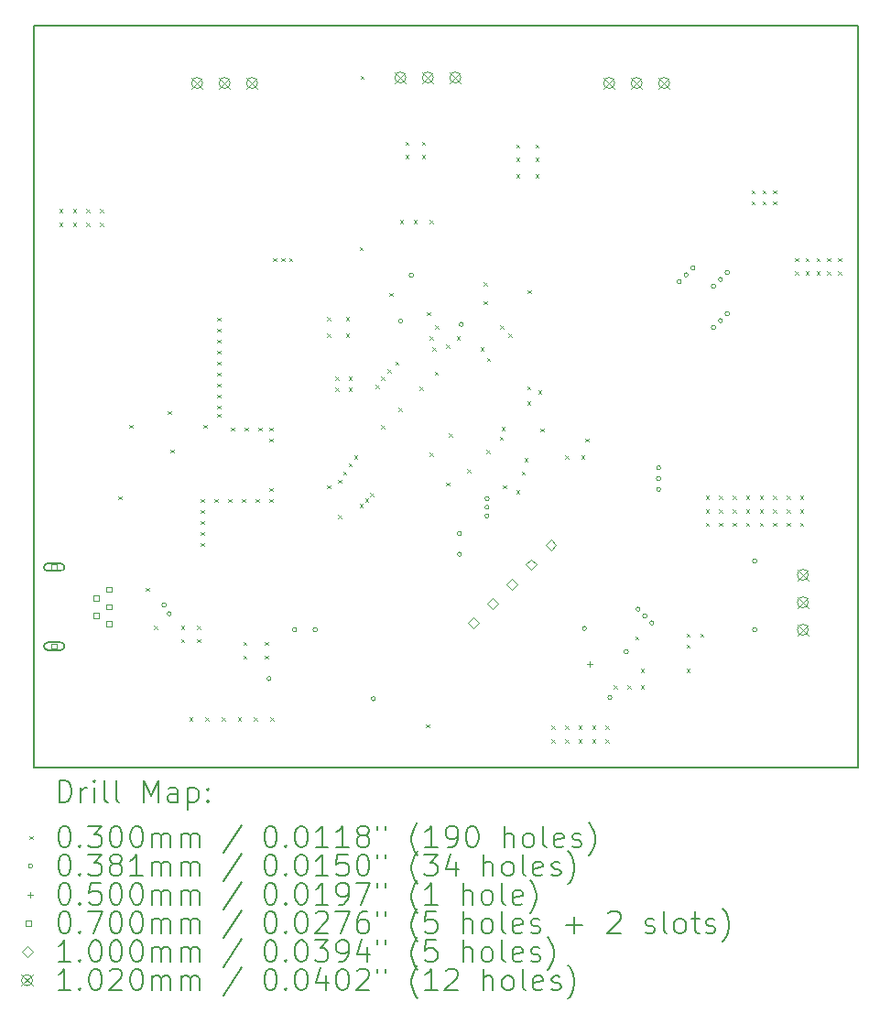
<source format=gbr>
%TF.GenerationSoftware,KiCad,Pcbnew,7.0.2*%
%TF.CreationDate,2024-02-28T17:22:57-05:00*%
%TF.ProjectId,TrumpetMelody,5472756d-7065-4744-9d65-6c6f64792e6b,rev?*%
%TF.SameCoordinates,Original*%
%TF.FileFunction,Drillmap*%
%TF.FilePolarity,Positive*%
%FSLAX45Y45*%
G04 Gerber Fmt 4.5, Leading zero omitted, Abs format (unit mm)*
G04 Created by KiCad (PCBNEW 7.0.2) date 2024-02-28 17:22:57*
%MOMM*%
%LPD*%
G01*
G04 APERTURE LIST*
%ADD10C,0.200000*%
%ADD11C,0.030000*%
%ADD12C,0.038100*%
%ADD13C,0.050000*%
%ADD14C,0.070000*%
%ADD15C,0.100000*%
%ADD16C,0.102000*%
G04 APERTURE END LIST*
D10*
X14732000Y-4572000D02*
X22352000Y-4572000D01*
X22352000Y-11430000D01*
X14732000Y-11430000D01*
X14732000Y-4572000D01*
D11*
X14970500Y-6272000D02*
X15000500Y-6302000D01*
X15000500Y-6272000D02*
X14970500Y-6302000D01*
X14970500Y-6397000D02*
X15000500Y-6427000D01*
X15000500Y-6397000D02*
X14970500Y-6427000D01*
X15095500Y-6272000D02*
X15125500Y-6302000D01*
X15125500Y-6272000D02*
X15095500Y-6302000D01*
X15095500Y-6397000D02*
X15125500Y-6427000D01*
X15125500Y-6397000D02*
X15095500Y-6427000D01*
X15220500Y-6272000D02*
X15250500Y-6302000D01*
X15250500Y-6272000D02*
X15220500Y-6302000D01*
X15220500Y-6397000D02*
X15250500Y-6427000D01*
X15250500Y-6397000D02*
X15220500Y-6427000D01*
X15345500Y-6272000D02*
X15375500Y-6302000D01*
X15375500Y-6272000D02*
X15345500Y-6302000D01*
X15345500Y-6397000D02*
X15375500Y-6427000D01*
X15375500Y-6397000D02*
X15345500Y-6427000D01*
X15517100Y-8925800D02*
X15547100Y-8955800D01*
X15547100Y-8925800D02*
X15517100Y-8955800D01*
X15618700Y-8265400D02*
X15648700Y-8295400D01*
X15648700Y-8265400D02*
X15618700Y-8295400D01*
X15770500Y-9772000D02*
X15800500Y-9802000D01*
X15800500Y-9772000D02*
X15770500Y-9802000D01*
X15845500Y-10122000D02*
X15875500Y-10152000D01*
X15875500Y-10122000D02*
X15845500Y-10152000D01*
X15974300Y-8138400D02*
X16004300Y-8168400D01*
X16004300Y-8138400D02*
X15974300Y-8168400D01*
X15999700Y-8494000D02*
X16029700Y-8524000D01*
X16029700Y-8494000D02*
X15999700Y-8524000D01*
X16095500Y-10122000D02*
X16125500Y-10152000D01*
X16125500Y-10122000D02*
X16095500Y-10152000D01*
X16095500Y-10247000D02*
X16125500Y-10277000D01*
X16125500Y-10247000D02*
X16095500Y-10277000D01*
X16170500Y-10972000D02*
X16200500Y-11002000D01*
X16200500Y-10972000D02*
X16170500Y-11002000D01*
X16245500Y-10122000D02*
X16275500Y-10152000D01*
X16275500Y-10122000D02*
X16245500Y-10152000D01*
X16245500Y-10247000D02*
X16275500Y-10277000D01*
X16275500Y-10247000D02*
X16245500Y-10277000D01*
X16279100Y-8951200D02*
X16309100Y-8981200D01*
X16309100Y-8951200D02*
X16279100Y-8981200D01*
X16279100Y-9052800D02*
X16309100Y-9082800D01*
X16309100Y-9052800D02*
X16279100Y-9082800D01*
X16279100Y-9154400D02*
X16309100Y-9184400D01*
X16309100Y-9154400D02*
X16279100Y-9184400D01*
X16279100Y-9256000D02*
X16309100Y-9286000D01*
X16309100Y-9256000D02*
X16279100Y-9286000D01*
X16279100Y-9357600D02*
X16309100Y-9387600D01*
X16309100Y-9357600D02*
X16279100Y-9387600D01*
X16304500Y-8265400D02*
X16334500Y-8295400D01*
X16334500Y-8265400D02*
X16304500Y-8295400D01*
X16320500Y-10972000D02*
X16350500Y-11002000D01*
X16350500Y-10972000D02*
X16320500Y-11002000D01*
X16406100Y-8951200D02*
X16436100Y-8981200D01*
X16436100Y-8951200D02*
X16406100Y-8981200D01*
X16431500Y-7274800D02*
X16461500Y-7304800D01*
X16461500Y-7274800D02*
X16431500Y-7304800D01*
X16431500Y-7376400D02*
X16461500Y-7406400D01*
X16461500Y-7376400D02*
X16431500Y-7406400D01*
X16431500Y-7478000D02*
X16461500Y-7508000D01*
X16461500Y-7478000D02*
X16431500Y-7508000D01*
X16431500Y-7579600D02*
X16461500Y-7609600D01*
X16461500Y-7579600D02*
X16431500Y-7609600D01*
X16431500Y-7681200D02*
X16461500Y-7711200D01*
X16461500Y-7681200D02*
X16431500Y-7711200D01*
X16431500Y-7782800D02*
X16461500Y-7812800D01*
X16461500Y-7782800D02*
X16431500Y-7812800D01*
X16431500Y-7884400D02*
X16461500Y-7914400D01*
X16461500Y-7884400D02*
X16431500Y-7914400D01*
X16431500Y-7986000D02*
X16461500Y-8016000D01*
X16461500Y-7986000D02*
X16431500Y-8016000D01*
X16431500Y-8087600D02*
X16461500Y-8117600D01*
X16461500Y-8087600D02*
X16431500Y-8117600D01*
X16431500Y-8163800D02*
X16461500Y-8193800D01*
X16461500Y-8163800D02*
X16431500Y-8193800D01*
X16470500Y-10972000D02*
X16500500Y-11002000D01*
X16500500Y-10972000D02*
X16470500Y-11002000D01*
X16533100Y-8951200D02*
X16563100Y-8981200D01*
X16563100Y-8951200D02*
X16533100Y-8981200D01*
X16558500Y-8290800D02*
X16588500Y-8320800D01*
X16588500Y-8290800D02*
X16558500Y-8320800D01*
X16620500Y-10972000D02*
X16650500Y-11002000D01*
X16650500Y-10972000D02*
X16620500Y-11002000D01*
X16660100Y-8951200D02*
X16690100Y-8981200D01*
X16690100Y-8951200D02*
X16660100Y-8981200D01*
X16670500Y-10272000D02*
X16700500Y-10302000D01*
X16700500Y-10272000D02*
X16670500Y-10302000D01*
X16670500Y-10397000D02*
X16700500Y-10427000D01*
X16700500Y-10397000D02*
X16670500Y-10427000D01*
X16685500Y-8290800D02*
X16715500Y-8320800D01*
X16715500Y-8290800D02*
X16685500Y-8320800D01*
X16770500Y-10972000D02*
X16800500Y-11002000D01*
X16800500Y-10972000D02*
X16770500Y-11002000D01*
X16787100Y-8951200D02*
X16817100Y-8981200D01*
X16817100Y-8951200D02*
X16787100Y-8981200D01*
X16812500Y-8290800D02*
X16842500Y-8320800D01*
X16842500Y-8290800D02*
X16812500Y-8320800D01*
X16870500Y-10272000D02*
X16900500Y-10302000D01*
X16900500Y-10272000D02*
X16870500Y-10302000D01*
X16870500Y-10397000D02*
X16900500Y-10427000D01*
X16900500Y-10397000D02*
X16870500Y-10427000D01*
X16914100Y-8290800D02*
X16944100Y-8320800D01*
X16944100Y-8290800D02*
X16914100Y-8320800D01*
X16914100Y-8392400D02*
X16944100Y-8422400D01*
X16944100Y-8392400D02*
X16914100Y-8422400D01*
X16914100Y-8849600D02*
X16944100Y-8879600D01*
X16944100Y-8849600D02*
X16914100Y-8879600D01*
X16914100Y-8951200D02*
X16944100Y-8981200D01*
X16944100Y-8951200D02*
X16914100Y-8981200D01*
X16920500Y-10972000D02*
X16950500Y-11002000D01*
X16950500Y-10972000D02*
X16920500Y-11002000D01*
X16945500Y-6722000D02*
X16975500Y-6752000D01*
X16975500Y-6722000D02*
X16945500Y-6752000D01*
X17020500Y-6722000D02*
X17050500Y-6752000D01*
X17050500Y-6722000D02*
X17020500Y-6752000D01*
X17095500Y-6722000D02*
X17125500Y-6752000D01*
X17125500Y-6722000D02*
X17095500Y-6752000D01*
X17445500Y-7272000D02*
X17475500Y-7302000D01*
X17475500Y-7272000D02*
X17445500Y-7302000D01*
X17445500Y-7422000D02*
X17475500Y-7452000D01*
X17475500Y-7422000D02*
X17445500Y-7452000D01*
X17445500Y-8822000D02*
X17475500Y-8852000D01*
X17475500Y-8822000D02*
X17445500Y-8852000D01*
X17520500Y-7822000D02*
X17550500Y-7852000D01*
X17550500Y-7822000D02*
X17520500Y-7852000D01*
X17520500Y-7922000D02*
X17550500Y-7952000D01*
X17550500Y-7922000D02*
X17520500Y-7952000D01*
X17545500Y-8772000D02*
X17575500Y-8802000D01*
X17575500Y-8772000D02*
X17545500Y-8802000D01*
X17545500Y-9097000D02*
X17575500Y-9127000D01*
X17575500Y-9097000D02*
X17545500Y-9127000D01*
X17595500Y-8697000D02*
X17625500Y-8727000D01*
X17625500Y-8697000D02*
X17595500Y-8727000D01*
X17620500Y-7272000D02*
X17650500Y-7302000D01*
X17650500Y-7272000D02*
X17620500Y-7302000D01*
X17620500Y-7422000D02*
X17650500Y-7452000D01*
X17650500Y-7422000D02*
X17620500Y-7452000D01*
X17645500Y-7822000D02*
X17675500Y-7852000D01*
X17675500Y-7822000D02*
X17645500Y-7852000D01*
X17645500Y-7922000D02*
X17675500Y-7952000D01*
X17675500Y-7922000D02*
X17645500Y-7952000D01*
X17645500Y-8622000D02*
X17675500Y-8652000D01*
X17675500Y-8622000D02*
X17645500Y-8652000D01*
X17695500Y-8547000D02*
X17725500Y-8577000D01*
X17725500Y-8547000D02*
X17695500Y-8577000D01*
X17745500Y-6622000D02*
X17775500Y-6652000D01*
X17775500Y-6622000D02*
X17745500Y-6652000D01*
X17745500Y-8997000D02*
X17775500Y-9027000D01*
X17775500Y-8997000D02*
X17745500Y-9027000D01*
X17752900Y-5039600D02*
X17782900Y-5069600D01*
X17782900Y-5039600D02*
X17752900Y-5069600D01*
X17795500Y-8947000D02*
X17825500Y-8977000D01*
X17825500Y-8947000D02*
X17795500Y-8977000D01*
X17845500Y-8897000D02*
X17875500Y-8927000D01*
X17875500Y-8897000D02*
X17845500Y-8927000D01*
X17893690Y-7897000D02*
X17923690Y-7927000D01*
X17923690Y-7897000D02*
X17893690Y-7927000D01*
X17945500Y-7822049D02*
X17975500Y-7852049D01*
X17975500Y-7822049D02*
X17945500Y-7852049D01*
X17945591Y-8268415D02*
X17975591Y-8298415D01*
X17975591Y-8268415D02*
X17945591Y-8298415D01*
X18005568Y-7750212D02*
X18035568Y-7780212D01*
X18035568Y-7750212D02*
X18005568Y-7780212D01*
X18020500Y-7047000D02*
X18050500Y-7077000D01*
X18050500Y-7047000D02*
X18020500Y-7077000D01*
X18077140Y-7678640D02*
X18107140Y-7708640D01*
X18107140Y-7678640D02*
X18077140Y-7708640D01*
X18104690Y-8109316D02*
X18134690Y-8139316D01*
X18134690Y-8109316D02*
X18104690Y-8139316D01*
X18120500Y-6372000D02*
X18150500Y-6402000D01*
X18150500Y-6372000D02*
X18120500Y-6402000D01*
X18170500Y-5647000D02*
X18200500Y-5677000D01*
X18200500Y-5647000D02*
X18170500Y-5677000D01*
X18170500Y-5772000D02*
X18200500Y-5802000D01*
X18200500Y-5772000D02*
X18170500Y-5802000D01*
X18245500Y-6372000D02*
X18275500Y-6402000D01*
X18275500Y-6372000D02*
X18245500Y-6402000D01*
X18299144Y-7914862D02*
X18329144Y-7944862D01*
X18329144Y-7914862D02*
X18299144Y-7944862D01*
X18320500Y-5647000D02*
X18350500Y-5677000D01*
X18350500Y-5647000D02*
X18320500Y-5677000D01*
X18320500Y-5772000D02*
X18350500Y-5802000D01*
X18350500Y-5772000D02*
X18320500Y-5802000D01*
X18361900Y-11034000D02*
X18391900Y-11064000D01*
X18391900Y-11034000D02*
X18361900Y-11064000D01*
X18370500Y-7222000D02*
X18400500Y-7252000D01*
X18400500Y-7222000D02*
X18370500Y-7252000D01*
X18395500Y-6372000D02*
X18425500Y-6402000D01*
X18425500Y-6372000D02*
X18395500Y-6402000D01*
X18395500Y-7447000D02*
X18425500Y-7477000D01*
X18425500Y-7447000D02*
X18395500Y-7477000D01*
X18395500Y-8522000D02*
X18425500Y-8552000D01*
X18425500Y-8522000D02*
X18395500Y-8552000D01*
X18420500Y-7547000D02*
X18450500Y-7577000D01*
X18450500Y-7547000D02*
X18420500Y-7577000D01*
X18440565Y-7773441D02*
X18470565Y-7803441D01*
X18470565Y-7773441D02*
X18440565Y-7803441D01*
X18445500Y-7347000D02*
X18475500Y-7377000D01*
X18475500Y-7347000D02*
X18445500Y-7377000D01*
X18545500Y-7522000D02*
X18575500Y-7552000D01*
X18575500Y-7522000D02*
X18545500Y-7552000D01*
X18546631Y-8798745D02*
X18576631Y-8828745D01*
X18576631Y-8798745D02*
X18546631Y-8828745D01*
X18570500Y-8347000D02*
X18600500Y-8377000D01*
X18600500Y-8347000D02*
X18570500Y-8377000D01*
X18645500Y-7447000D02*
X18675500Y-7477000D01*
X18675500Y-7447000D02*
X18645500Y-7477000D01*
X18741086Y-8675002D02*
X18771086Y-8705002D01*
X18771086Y-8675002D02*
X18741086Y-8705002D01*
X18864829Y-7547000D02*
X18894829Y-7577000D01*
X18894829Y-7547000D02*
X18864829Y-7577000D01*
X18895500Y-6947000D02*
X18925500Y-6977000D01*
X18925500Y-6947000D02*
X18895500Y-6977000D01*
X18895500Y-7122000D02*
X18925500Y-7152000D01*
X18925500Y-7122000D02*
X18895500Y-7152000D01*
X18917862Y-8498225D02*
X18947862Y-8528225D01*
X18947862Y-8498225D02*
X18917862Y-8528225D01*
X18923351Y-7645027D02*
X18953351Y-7675027D01*
X18953351Y-7645027D02*
X18923351Y-7675027D01*
X19041606Y-8374481D02*
X19071606Y-8404481D01*
X19071606Y-8374481D02*
X19041606Y-8404481D01*
X19045500Y-7347000D02*
X19075500Y-7377000D01*
X19075500Y-7347000D02*
X19045500Y-7377000D01*
X19059284Y-8286093D02*
X19089284Y-8316093D01*
X19089284Y-8286093D02*
X19059284Y-8316093D01*
X19070500Y-8822000D02*
X19100500Y-8852000D01*
X19100500Y-8822000D02*
X19070500Y-8852000D01*
X19120500Y-7422000D02*
X19150500Y-7452000D01*
X19150500Y-7422000D02*
X19120500Y-7452000D01*
X19195500Y-5672000D02*
X19225500Y-5702000D01*
X19225500Y-5672000D02*
X19195500Y-5702000D01*
X19195500Y-5797000D02*
X19225500Y-5827000D01*
X19225500Y-5797000D02*
X19195500Y-5827000D01*
X19195500Y-5947000D02*
X19225500Y-5977000D01*
X19225500Y-5947000D02*
X19195500Y-5977000D01*
X19195500Y-8872000D02*
X19225500Y-8902000D01*
X19225500Y-8872000D02*
X19195500Y-8902000D01*
X19245500Y-8697000D02*
X19275500Y-8727000D01*
X19275500Y-8697000D02*
X19245500Y-8727000D01*
X19270500Y-8572000D02*
X19300500Y-8602000D01*
X19300500Y-8572000D02*
X19270500Y-8602000D01*
X19295500Y-7910450D02*
X19325500Y-7940450D01*
X19325500Y-7910450D02*
X19295500Y-7940450D01*
X19295500Y-8047000D02*
X19325500Y-8077000D01*
X19325500Y-8047000D02*
X19295500Y-8077000D01*
X19301700Y-7020800D02*
X19331700Y-7050800D01*
X19331700Y-7020800D02*
X19301700Y-7050800D01*
X19370500Y-5672000D02*
X19400500Y-5702000D01*
X19400500Y-5672000D02*
X19370500Y-5702000D01*
X19370500Y-5797000D02*
X19400500Y-5827000D01*
X19400500Y-5797000D02*
X19370500Y-5827000D01*
X19370500Y-5947000D02*
X19400500Y-5977000D01*
X19400500Y-5947000D02*
X19370500Y-5977000D01*
X19395500Y-7947000D02*
X19425500Y-7977000D01*
X19425500Y-7947000D02*
X19395500Y-7977000D01*
X19420500Y-8297000D02*
X19450500Y-8327000D01*
X19450500Y-8297000D02*
X19420500Y-8327000D01*
X19520500Y-11047000D02*
X19550500Y-11077000D01*
X19550500Y-11047000D02*
X19520500Y-11077000D01*
X19520500Y-11172000D02*
X19550500Y-11202000D01*
X19550500Y-11172000D02*
X19520500Y-11202000D01*
X19645500Y-8547000D02*
X19675500Y-8577000D01*
X19675500Y-8547000D02*
X19645500Y-8577000D01*
X19645500Y-11047000D02*
X19675500Y-11077000D01*
X19675500Y-11047000D02*
X19645500Y-11077000D01*
X19645500Y-11172000D02*
X19675500Y-11202000D01*
X19675500Y-11172000D02*
X19645500Y-11202000D01*
X19770500Y-11047000D02*
X19800500Y-11077000D01*
X19800500Y-11047000D02*
X19770500Y-11077000D01*
X19770500Y-11172000D02*
X19800500Y-11202000D01*
X19800500Y-11172000D02*
X19770500Y-11202000D01*
X19795500Y-8547000D02*
X19825500Y-8577000D01*
X19825500Y-8547000D02*
X19795500Y-8577000D01*
X19835100Y-8392400D02*
X19865100Y-8422400D01*
X19865100Y-8392400D02*
X19835100Y-8422400D01*
X19895500Y-11047000D02*
X19925500Y-11077000D01*
X19925500Y-11047000D02*
X19895500Y-11077000D01*
X19895500Y-11172000D02*
X19925500Y-11202000D01*
X19925500Y-11172000D02*
X19895500Y-11202000D01*
X20020500Y-11047000D02*
X20050500Y-11077000D01*
X20050500Y-11047000D02*
X20020500Y-11077000D01*
X20020500Y-11172000D02*
X20050500Y-11202000D01*
X20050500Y-11172000D02*
X20020500Y-11202000D01*
X20095500Y-10672000D02*
X20125500Y-10702000D01*
X20125500Y-10672000D02*
X20095500Y-10702000D01*
X20220500Y-10672000D02*
X20250500Y-10702000D01*
X20250500Y-10672000D02*
X20220500Y-10702000D01*
X20295500Y-10222000D02*
X20325500Y-10252000D01*
X20325500Y-10222000D02*
X20295500Y-10252000D01*
X20345500Y-10522000D02*
X20375500Y-10552000D01*
X20375500Y-10522000D02*
X20345500Y-10552000D01*
X20345500Y-10672000D02*
X20375500Y-10702000D01*
X20375500Y-10672000D02*
X20345500Y-10702000D01*
X20770500Y-10197000D02*
X20800500Y-10227000D01*
X20800500Y-10197000D02*
X20770500Y-10227000D01*
X20770500Y-10297000D02*
X20800500Y-10327000D01*
X20800500Y-10297000D02*
X20770500Y-10327000D01*
X20770500Y-10522000D02*
X20800500Y-10552000D01*
X20800500Y-10522000D02*
X20770500Y-10552000D01*
X20895500Y-10197000D02*
X20925500Y-10227000D01*
X20925500Y-10197000D02*
X20895500Y-10227000D01*
X20945500Y-8922000D02*
X20975500Y-8952000D01*
X20975500Y-8922000D02*
X20945500Y-8952000D01*
X20945500Y-9047000D02*
X20975500Y-9077000D01*
X20975500Y-9047000D02*
X20945500Y-9077000D01*
X20945500Y-9172000D02*
X20975500Y-9202000D01*
X20975500Y-9172000D02*
X20945500Y-9202000D01*
X21070500Y-8922000D02*
X21100500Y-8952000D01*
X21100500Y-8922000D02*
X21070500Y-8952000D01*
X21070500Y-9047000D02*
X21100500Y-9077000D01*
X21100500Y-9047000D02*
X21070500Y-9077000D01*
X21070500Y-9172000D02*
X21100500Y-9202000D01*
X21100500Y-9172000D02*
X21070500Y-9202000D01*
X21195500Y-8922000D02*
X21225500Y-8952000D01*
X21225500Y-8922000D02*
X21195500Y-8952000D01*
X21195500Y-9047000D02*
X21225500Y-9077000D01*
X21225500Y-9047000D02*
X21195500Y-9077000D01*
X21195500Y-9172000D02*
X21225500Y-9202000D01*
X21225500Y-9172000D02*
X21195500Y-9202000D01*
X21320500Y-8922000D02*
X21350500Y-8952000D01*
X21350500Y-8922000D02*
X21320500Y-8952000D01*
X21320500Y-9047000D02*
X21350500Y-9077000D01*
X21350500Y-9047000D02*
X21320500Y-9077000D01*
X21320500Y-9172000D02*
X21350500Y-9202000D01*
X21350500Y-9172000D02*
X21320500Y-9202000D01*
X21370500Y-6097000D02*
X21400500Y-6127000D01*
X21400500Y-6097000D02*
X21370500Y-6127000D01*
X21370500Y-6197000D02*
X21400500Y-6227000D01*
X21400500Y-6197000D02*
X21370500Y-6227000D01*
X21445500Y-8922000D02*
X21475500Y-8952000D01*
X21475500Y-8922000D02*
X21445500Y-8952000D01*
X21445500Y-9047000D02*
X21475500Y-9077000D01*
X21475500Y-9047000D02*
X21445500Y-9077000D01*
X21445500Y-9172000D02*
X21475500Y-9202000D01*
X21475500Y-9172000D02*
X21445500Y-9202000D01*
X21470500Y-6097000D02*
X21500500Y-6127000D01*
X21500500Y-6097000D02*
X21470500Y-6127000D01*
X21470500Y-6197000D02*
X21500500Y-6227000D01*
X21500500Y-6197000D02*
X21470500Y-6227000D01*
X21570500Y-6097000D02*
X21600500Y-6127000D01*
X21600500Y-6097000D02*
X21570500Y-6127000D01*
X21570500Y-6197000D02*
X21600500Y-6227000D01*
X21600500Y-6197000D02*
X21570500Y-6227000D01*
X21570500Y-8922000D02*
X21600500Y-8952000D01*
X21600500Y-8922000D02*
X21570500Y-8952000D01*
X21570500Y-9047000D02*
X21600500Y-9077000D01*
X21600500Y-9047000D02*
X21570500Y-9077000D01*
X21570500Y-9172000D02*
X21600500Y-9202000D01*
X21600500Y-9172000D02*
X21570500Y-9202000D01*
X21695500Y-8922000D02*
X21725500Y-8952000D01*
X21725500Y-8922000D02*
X21695500Y-8952000D01*
X21695500Y-9047000D02*
X21725500Y-9077000D01*
X21725500Y-9047000D02*
X21695500Y-9077000D01*
X21695500Y-9172000D02*
X21725500Y-9202000D01*
X21725500Y-9172000D02*
X21695500Y-9202000D01*
X21770500Y-6722000D02*
X21800500Y-6752000D01*
X21800500Y-6722000D02*
X21770500Y-6752000D01*
X21770500Y-6847000D02*
X21800500Y-6877000D01*
X21800500Y-6847000D02*
X21770500Y-6877000D01*
X21820500Y-8922000D02*
X21850500Y-8952000D01*
X21850500Y-8922000D02*
X21820500Y-8952000D01*
X21820500Y-9047000D02*
X21850500Y-9077000D01*
X21850500Y-9047000D02*
X21820500Y-9077000D01*
X21820500Y-9172000D02*
X21850500Y-9202000D01*
X21850500Y-9172000D02*
X21820500Y-9202000D01*
X21870500Y-6722000D02*
X21900500Y-6752000D01*
X21900500Y-6722000D02*
X21870500Y-6752000D01*
X21870500Y-6847000D02*
X21900500Y-6877000D01*
X21900500Y-6847000D02*
X21870500Y-6877000D01*
X21970500Y-6722000D02*
X22000500Y-6752000D01*
X22000500Y-6722000D02*
X21970500Y-6752000D01*
X21970500Y-6847000D02*
X22000500Y-6877000D01*
X22000500Y-6847000D02*
X21970500Y-6877000D01*
X22070500Y-6722000D02*
X22100500Y-6752000D01*
X22100500Y-6722000D02*
X22070500Y-6752000D01*
X22070500Y-6847000D02*
X22100500Y-6877000D01*
X22100500Y-6847000D02*
X22070500Y-6877000D01*
X22170500Y-6722000D02*
X22200500Y-6752000D01*
X22200500Y-6722000D02*
X22170500Y-6752000D01*
X22170500Y-6847000D02*
X22200500Y-6877000D01*
X22200500Y-6847000D02*
X22170500Y-6877000D01*
D12*
X15957550Y-9931400D02*
G75*
G03*
X15957550Y-9931400I-19050J0D01*
G01*
X16004550Y-10012000D02*
G75*
G03*
X16004550Y-10012000I-19050J0D01*
G01*
X16928488Y-10611367D02*
G75*
G03*
X16928488Y-10611367I-19050J0D01*
G01*
X17164050Y-10160000D02*
G75*
G03*
X17164050Y-10160000I-19050J0D01*
G01*
X17354550Y-10160000D02*
G75*
G03*
X17354550Y-10160000I-19050J0D01*
G01*
X17891624Y-10797457D02*
G75*
G03*
X17891624Y-10797457I-19050J0D01*
G01*
X18144490Y-7305040D02*
G75*
G03*
X18144490Y-7305040I-19050J0D01*
G01*
X18243550Y-6883400D02*
G75*
G03*
X18243550Y-6883400I-19050J0D01*
G01*
X18688050Y-9271000D02*
G75*
G03*
X18688050Y-9271000I-19050J0D01*
G01*
X18688050Y-9461500D02*
G75*
G03*
X18688050Y-9461500I-19050J0D01*
G01*
X18704550Y-7337000D02*
G75*
G03*
X18704550Y-7337000I-19050J0D01*
G01*
X18942900Y-8947822D02*
G75*
G03*
X18942900Y-8947822I-19050J0D01*
G01*
X18942900Y-9027773D02*
G75*
G03*
X18942900Y-9027773I-19050J0D01*
G01*
X18942900Y-9107723D02*
G75*
G03*
X18942900Y-9107723I-19050J0D01*
G01*
X19843636Y-10147414D02*
G75*
G03*
X19843636Y-10147414I-19050J0D01*
G01*
X20079550Y-10787000D02*
G75*
G03*
X20079550Y-10787000I-19050J0D01*
G01*
X20229550Y-10362000D02*
G75*
G03*
X20229550Y-10362000I-19050J0D01*
G01*
X20339050Y-9969500D02*
G75*
G03*
X20339050Y-9969500I-19050J0D01*
G01*
X20402550Y-10033000D02*
G75*
G03*
X20402550Y-10033000I-19050J0D01*
G01*
X20466050Y-10096500D02*
G75*
G03*
X20466050Y-10096500I-19050J0D01*
G01*
X20529550Y-8662000D02*
G75*
G03*
X20529550Y-8662000I-19050J0D01*
G01*
X20529550Y-8762000D02*
G75*
G03*
X20529550Y-8762000I-19050J0D01*
G01*
X20529550Y-8862000D02*
G75*
G03*
X20529550Y-8862000I-19050J0D01*
G01*
X20720050Y-6942100D02*
G75*
G03*
X20720050Y-6942100I-19050J0D01*
G01*
X20783550Y-6878600D02*
G75*
G03*
X20783550Y-6878600I-19050J0D01*
G01*
X20847050Y-6815100D02*
G75*
G03*
X20847050Y-6815100I-19050J0D01*
G01*
X21037550Y-6985000D02*
G75*
G03*
X21037550Y-6985000I-19050J0D01*
G01*
X21037550Y-7366000D02*
G75*
G03*
X21037550Y-7366000I-19050J0D01*
G01*
X21101050Y-6921500D02*
G75*
G03*
X21101050Y-6921500I-19050J0D01*
G01*
X21101050Y-7302500D02*
G75*
G03*
X21101050Y-7302500I-19050J0D01*
G01*
X21164550Y-6858000D02*
G75*
G03*
X21164550Y-6858000I-19050J0D01*
G01*
X21164550Y-7239000D02*
G75*
G03*
X21164550Y-7239000I-19050J0D01*
G01*
X21418550Y-9525000D02*
G75*
G03*
X21418550Y-9525000I-19050J0D01*
G01*
X21418550Y-10160000D02*
G75*
G03*
X21418550Y-10160000I-19050J0D01*
G01*
D13*
X19875500Y-10452500D02*
X19875500Y-10502500D01*
X19850500Y-10477500D02*
X19900500Y-10477500D01*
D14*
X14947591Y-9607044D02*
X14947591Y-9557546D01*
X14898093Y-9557546D01*
X14898093Y-9607044D01*
X14947591Y-9607044D01*
D10*
X14982842Y-9547295D02*
X14862842Y-9547295D01*
X14862842Y-9547295D02*
G75*
G03*
X14862842Y-9617295I0J-35000D01*
G01*
X14862842Y-9617295D02*
X14982842Y-9617295D01*
X14982842Y-9617295D02*
G75*
G03*
X14982842Y-9547295I0J35000D01*
G01*
D14*
X14947591Y-10337044D02*
X14947591Y-10287546D01*
X14898093Y-10287546D01*
X14898093Y-10337044D01*
X14947591Y-10337044D01*
D10*
X14982842Y-10277295D02*
X14862842Y-10277295D01*
X14862842Y-10277295D02*
G75*
G03*
X14862842Y-10347295I0J-35000D01*
G01*
X14862842Y-10347295D02*
X14982842Y-10347295D01*
X14982842Y-10347295D02*
G75*
G03*
X14982842Y-10277295I0J35000D01*
G01*
D14*
X15332591Y-9892044D02*
X15332591Y-9842546D01*
X15283093Y-9842546D01*
X15283093Y-9892044D01*
X15332591Y-9892044D01*
X15332591Y-10052044D02*
X15332591Y-10002546D01*
X15283093Y-10002546D01*
X15283093Y-10052044D01*
X15332591Y-10052044D01*
X15452591Y-9812044D02*
X15452591Y-9762546D01*
X15403093Y-9762546D01*
X15403093Y-9812044D01*
X15452591Y-9812044D01*
X15452591Y-9972044D02*
X15452591Y-9922546D01*
X15403093Y-9922546D01*
X15403093Y-9972044D01*
X15452591Y-9972044D01*
X15452591Y-10132044D02*
X15452591Y-10082546D01*
X15403093Y-10082546D01*
X15403093Y-10132044D01*
X15452591Y-10132044D01*
D15*
X18796000Y-10146500D02*
X18846000Y-10096500D01*
X18796000Y-10046500D01*
X18746000Y-10096500D01*
X18796000Y-10146500D01*
X18975605Y-9966895D02*
X19025605Y-9916895D01*
X18975605Y-9866895D01*
X18925605Y-9916895D01*
X18975605Y-9966895D01*
X19155210Y-9787290D02*
X19205210Y-9737290D01*
X19155210Y-9687290D01*
X19105210Y-9737290D01*
X19155210Y-9787290D01*
X19334815Y-9607685D02*
X19384815Y-9557685D01*
X19334815Y-9507685D01*
X19284815Y-9557685D01*
X19334815Y-9607685D01*
X19514421Y-9428080D02*
X19564421Y-9378080D01*
X19514421Y-9328080D01*
X19464421Y-9378080D01*
X19514421Y-9428080D01*
D16*
X16192300Y-5054400D02*
X16294300Y-5156400D01*
X16294300Y-5054400D02*
X16192300Y-5156400D01*
X16294300Y-5105400D02*
G75*
G03*
X16294300Y-5105400I-51000J0D01*
G01*
X16446300Y-5054400D02*
X16548300Y-5156400D01*
X16548300Y-5054400D02*
X16446300Y-5156400D01*
X16548300Y-5105400D02*
G75*
G03*
X16548300Y-5105400I-51000J0D01*
G01*
X16700300Y-5054400D02*
X16802300Y-5156400D01*
X16802300Y-5054400D02*
X16700300Y-5156400D01*
X16802300Y-5105400D02*
G75*
G03*
X16802300Y-5105400I-51000J0D01*
G01*
X18071900Y-5003600D02*
X18173900Y-5105600D01*
X18173900Y-5003600D02*
X18071900Y-5105600D01*
X18173900Y-5054600D02*
G75*
G03*
X18173900Y-5054600I-51000J0D01*
G01*
X18325900Y-5003600D02*
X18427900Y-5105600D01*
X18427900Y-5003600D02*
X18325900Y-5105600D01*
X18427900Y-5054600D02*
G75*
G03*
X18427900Y-5054600I-51000J0D01*
G01*
X18579900Y-5003600D02*
X18681900Y-5105600D01*
X18681900Y-5003600D02*
X18579900Y-5105600D01*
X18681900Y-5054600D02*
G75*
G03*
X18681900Y-5054600I-51000J0D01*
G01*
X20002300Y-5054400D02*
X20104300Y-5156400D01*
X20104300Y-5054400D02*
X20002300Y-5156400D01*
X20104300Y-5105400D02*
G75*
G03*
X20104300Y-5105400I-51000J0D01*
G01*
X20256300Y-5054400D02*
X20358300Y-5156400D01*
X20358300Y-5054400D02*
X20256300Y-5156400D01*
X20358300Y-5105400D02*
G75*
G03*
X20358300Y-5105400I-51000J0D01*
G01*
X20510300Y-5054400D02*
X20612300Y-5156400D01*
X20612300Y-5054400D02*
X20510300Y-5156400D01*
X20612300Y-5105400D02*
G75*
G03*
X20612300Y-5105400I-51000J0D01*
G01*
X21793000Y-9601000D02*
X21895000Y-9703000D01*
X21895000Y-9601000D02*
X21793000Y-9703000D01*
X21895000Y-9652000D02*
G75*
G03*
X21895000Y-9652000I-51000J0D01*
G01*
X21793000Y-9855000D02*
X21895000Y-9957000D01*
X21895000Y-9855000D02*
X21793000Y-9957000D01*
X21895000Y-9906000D02*
G75*
G03*
X21895000Y-9906000I-51000J0D01*
G01*
X21793000Y-10109000D02*
X21895000Y-10211000D01*
X21895000Y-10109000D02*
X21793000Y-10211000D01*
X21895000Y-10160000D02*
G75*
G03*
X21895000Y-10160000I-51000J0D01*
G01*
D10*
X14969619Y-11752524D02*
X14969619Y-11552524D01*
X14969619Y-11552524D02*
X15017238Y-11552524D01*
X15017238Y-11552524D02*
X15045809Y-11562048D01*
X15045809Y-11562048D02*
X15064857Y-11581095D01*
X15064857Y-11581095D02*
X15074381Y-11600143D01*
X15074381Y-11600143D02*
X15083905Y-11638238D01*
X15083905Y-11638238D02*
X15083905Y-11666809D01*
X15083905Y-11666809D02*
X15074381Y-11704905D01*
X15074381Y-11704905D02*
X15064857Y-11723952D01*
X15064857Y-11723952D02*
X15045809Y-11743000D01*
X15045809Y-11743000D02*
X15017238Y-11752524D01*
X15017238Y-11752524D02*
X14969619Y-11752524D01*
X15169619Y-11752524D02*
X15169619Y-11619190D01*
X15169619Y-11657286D02*
X15179143Y-11638238D01*
X15179143Y-11638238D02*
X15188667Y-11628714D01*
X15188667Y-11628714D02*
X15207714Y-11619190D01*
X15207714Y-11619190D02*
X15226762Y-11619190D01*
X15293428Y-11752524D02*
X15293428Y-11619190D01*
X15293428Y-11552524D02*
X15283905Y-11562048D01*
X15283905Y-11562048D02*
X15293428Y-11571571D01*
X15293428Y-11571571D02*
X15302952Y-11562048D01*
X15302952Y-11562048D02*
X15293428Y-11552524D01*
X15293428Y-11552524D02*
X15293428Y-11571571D01*
X15417238Y-11752524D02*
X15398190Y-11743000D01*
X15398190Y-11743000D02*
X15388667Y-11723952D01*
X15388667Y-11723952D02*
X15388667Y-11552524D01*
X15522000Y-11752524D02*
X15502952Y-11743000D01*
X15502952Y-11743000D02*
X15493428Y-11723952D01*
X15493428Y-11723952D02*
X15493428Y-11552524D01*
X15750571Y-11752524D02*
X15750571Y-11552524D01*
X15750571Y-11552524D02*
X15817238Y-11695381D01*
X15817238Y-11695381D02*
X15883905Y-11552524D01*
X15883905Y-11552524D02*
X15883905Y-11752524D01*
X16064857Y-11752524D02*
X16064857Y-11647762D01*
X16064857Y-11647762D02*
X16055333Y-11628714D01*
X16055333Y-11628714D02*
X16036286Y-11619190D01*
X16036286Y-11619190D02*
X15998190Y-11619190D01*
X15998190Y-11619190D02*
X15979143Y-11628714D01*
X16064857Y-11743000D02*
X16045809Y-11752524D01*
X16045809Y-11752524D02*
X15998190Y-11752524D01*
X15998190Y-11752524D02*
X15979143Y-11743000D01*
X15979143Y-11743000D02*
X15969619Y-11723952D01*
X15969619Y-11723952D02*
X15969619Y-11704905D01*
X15969619Y-11704905D02*
X15979143Y-11685857D01*
X15979143Y-11685857D02*
X15998190Y-11676333D01*
X15998190Y-11676333D02*
X16045809Y-11676333D01*
X16045809Y-11676333D02*
X16064857Y-11666809D01*
X16160095Y-11619190D02*
X16160095Y-11819190D01*
X16160095Y-11628714D02*
X16179143Y-11619190D01*
X16179143Y-11619190D02*
X16217238Y-11619190D01*
X16217238Y-11619190D02*
X16236286Y-11628714D01*
X16236286Y-11628714D02*
X16245809Y-11638238D01*
X16245809Y-11638238D02*
X16255333Y-11657286D01*
X16255333Y-11657286D02*
X16255333Y-11714428D01*
X16255333Y-11714428D02*
X16245809Y-11733476D01*
X16245809Y-11733476D02*
X16236286Y-11743000D01*
X16236286Y-11743000D02*
X16217238Y-11752524D01*
X16217238Y-11752524D02*
X16179143Y-11752524D01*
X16179143Y-11752524D02*
X16160095Y-11743000D01*
X16341048Y-11733476D02*
X16350571Y-11743000D01*
X16350571Y-11743000D02*
X16341048Y-11752524D01*
X16341048Y-11752524D02*
X16331524Y-11743000D01*
X16331524Y-11743000D02*
X16341048Y-11733476D01*
X16341048Y-11733476D02*
X16341048Y-11752524D01*
X16341048Y-11628714D02*
X16350571Y-11638238D01*
X16350571Y-11638238D02*
X16341048Y-11647762D01*
X16341048Y-11647762D02*
X16331524Y-11638238D01*
X16331524Y-11638238D02*
X16341048Y-11628714D01*
X16341048Y-11628714D02*
X16341048Y-11647762D01*
D11*
X14692000Y-12065000D02*
X14722000Y-12095000D01*
X14722000Y-12065000D02*
X14692000Y-12095000D01*
D10*
X15007714Y-11972524D02*
X15026762Y-11972524D01*
X15026762Y-11972524D02*
X15045809Y-11982048D01*
X15045809Y-11982048D02*
X15055333Y-11991571D01*
X15055333Y-11991571D02*
X15064857Y-12010619D01*
X15064857Y-12010619D02*
X15074381Y-12048714D01*
X15074381Y-12048714D02*
X15074381Y-12096333D01*
X15074381Y-12096333D02*
X15064857Y-12134428D01*
X15064857Y-12134428D02*
X15055333Y-12153476D01*
X15055333Y-12153476D02*
X15045809Y-12163000D01*
X15045809Y-12163000D02*
X15026762Y-12172524D01*
X15026762Y-12172524D02*
X15007714Y-12172524D01*
X15007714Y-12172524D02*
X14988667Y-12163000D01*
X14988667Y-12163000D02*
X14979143Y-12153476D01*
X14979143Y-12153476D02*
X14969619Y-12134428D01*
X14969619Y-12134428D02*
X14960095Y-12096333D01*
X14960095Y-12096333D02*
X14960095Y-12048714D01*
X14960095Y-12048714D02*
X14969619Y-12010619D01*
X14969619Y-12010619D02*
X14979143Y-11991571D01*
X14979143Y-11991571D02*
X14988667Y-11982048D01*
X14988667Y-11982048D02*
X15007714Y-11972524D01*
X15160095Y-12153476D02*
X15169619Y-12163000D01*
X15169619Y-12163000D02*
X15160095Y-12172524D01*
X15160095Y-12172524D02*
X15150571Y-12163000D01*
X15150571Y-12163000D02*
X15160095Y-12153476D01*
X15160095Y-12153476D02*
X15160095Y-12172524D01*
X15236286Y-11972524D02*
X15360095Y-11972524D01*
X15360095Y-11972524D02*
X15293428Y-12048714D01*
X15293428Y-12048714D02*
X15322000Y-12048714D01*
X15322000Y-12048714D02*
X15341048Y-12058238D01*
X15341048Y-12058238D02*
X15350571Y-12067762D01*
X15350571Y-12067762D02*
X15360095Y-12086809D01*
X15360095Y-12086809D02*
X15360095Y-12134428D01*
X15360095Y-12134428D02*
X15350571Y-12153476D01*
X15350571Y-12153476D02*
X15341048Y-12163000D01*
X15341048Y-12163000D02*
X15322000Y-12172524D01*
X15322000Y-12172524D02*
X15264857Y-12172524D01*
X15264857Y-12172524D02*
X15245809Y-12163000D01*
X15245809Y-12163000D02*
X15236286Y-12153476D01*
X15483905Y-11972524D02*
X15502952Y-11972524D01*
X15502952Y-11972524D02*
X15522000Y-11982048D01*
X15522000Y-11982048D02*
X15531524Y-11991571D01*
X15531524Y-11991571D02*
X15541048Y-12010619D01*
X15541048Y-12010619D02*
X15550571Y-12048714D01*
X15550571Y-12048714D02*
X15550571Y-12096333D01*
X15550571Y-12096333D02*
X15541048Y-12134428D01*
X15541048Y-12134428D02*
X15531524Y-12153476D01*
X15531524Y-12153476D02*
X15522000Y-12163000D01*
X15522000Y-12163000D02*
X15502952Y-12172524D01*
X15502952Y-12172524D02*
X15483905Y-12172524D01*
X15483905Y-12172524D02*
X15464857Y-12163000D01*
X15464857Y-12163000D02*
X15455333Y-12153476D01*
X15455333Y-12153476D02*
X15445809Y-12134428D01*
X15445809Y-12134428D02*
X15436286Y-12096333D01*
X15436286Y-12096333D02*
X15436286Y-12048714D01*
X15436286Y-12048714D02*
X15445809Y-12010619D01*
X15445809Y-12010619D02*
X15455333Y-11991571D01*
X15455333Y-11991571D02*
X15464857Y-11982048D01*
X15464857Y-11982048D02*
X15483905Y-11972524D01*
X15674381Y-11972524D02*
X15693429Y-11972524D01*
X15693429Y-11972524D02*
X15712476Y-11982048D01*
X15712476Y-11982048D02*
X15722000Y-11991571D01*
X15722000Y-11991571D02*
X15731524Y-12010619D01*
X15731524Y-12010619D02*
X15741048Y-12048714D01*
X15741048Y-12048714D02*
X15741048Y-12096333D01*
X15741048Y-12096333D02*
X15731524Y-12134428D01*
X15731524Y-12134428D02*
X15722000Y-12153476D01*
X15722000Y-12153476D02*
X15712476Y-12163000D01*
X15712476Y-12163000D02*
X15693429Y-12172524D01*
X15693429Y-12172524D02*
X15674381Y-12172524D01*
X15674381Y-12172524D02*
X15655333Y-12163000D01*
X15655333Y-12163000D02*
X15645809Y-12153476D01*
X15645809Y-12153476D02*
X15636286Y-12134428D01*
X15636286Y-12134428D02*
X15626762Y-12096333D01*
X15626762Y-12096333D02*
X15626762Y-12048714D01*
X15626762Y-12048714D02*
X15636286Y-12010619D01*
X15636286Y-12010619D02*
X15645809Y-11991571D01*
X15645809Y-11991571D02*
X15655333Y-11982048D01*
X15655333Y-11982048D02*
X15674381Y-11972524D01*
X15826762Y-12172524D02*
X15826762Y-12039190D01*
X15826762Y-12058238D02*
X15836286Y-12048714D01*
X15836286Y-12048714D02*
X15855333Y-12039190D01*
X15855333Y-12039190D02*
X15883905Y-12039190D01*
X15883905Y-12039190D02*
X15902952Y-12048714D01*
X15902952Y-12048714D02*
X15912476Y-12067762D01*
X15912476Y-12067762D02*
X15912476Y-12172524D01*
X15912476Y-12067762D02*
X15922000Y-12048714D01*
X15922000Y-12048714D02*
X15941048Y-12039190D01*
X15941048Y-12039190D02*
X15969619Y-12039190D01*
X15969619Y-12039190D02*
X15988667Y-12048714D01*
X15988667Y-12048714D02*
X15998190Y-12067762D01*
X15998190Y-12067762D02*
X15998190Y-12172524D01*
X16093429Y-12172524D02*
X16093429Y-12039190D01*
X16093429Y-12058238D02*
X16102952Y-12048714D01*
X16102952Y-12048714D02*
X16122000Y-12039190D01*
X16122000Y-12039190D02*
X16150571Y-12039190D01*
X16150571Y-12039190D02*
X16169619Y-12048714D01*
X16169619Y-12048714D02*
X16179143Y-12067762D01*
X16179143Y-12067762D02*
X16179143Y-12172524D01*
X16179143Y-12067762D02*
X16188667Y-12048714D01*
X16188667Y-12048714D02*
X16207714Y-12039190D01*
X16207714Y-12039190D02*
X16236286Y-12039190D01*
X16236286Y-12039190D02*
X16255333Y-12048714D01*
X16255333Y-12048714D02*
X16264857Y-12067762D01*
X16264857Y-12067762D02*
X16264857Y-12172524D01*
X16655333Y-11963000D02*
X16483905Y-12220143D01*
X16912476Y-11972524D02*
X16931524Y-11972524D01*
X16931524Y-11972524D02*
X16950572Y-11982048D01*
X16950572Y-11982048D02*
X16960095Y-11991571D01*
X16960095Y-11991571D02*
X16969619Y-12010619D01*
X16969619Y-12010619D02*
X16979143Y-12048714D01*
X16979143Y-12048714D02*
X16979143Y-12096333D01*
X16979143Y-12096333D02*
X16969619Y-12134428D01*
X16969619Y-12134428D02*
X16960095Y-12153476D01*
X16960095Y-12153476D02*
X16950572Y-12163000D01*
X16950572Y-12163000D02*
X16931524Y-12172524D01*
X16931524Y-12172524D02*
X16912476Y-12172524D01*
X16912476Y-12172524D02*
X16893429Y-12163000D01*
X16893429Y-12163000D02*
X16883905Y-12153476D01*
X16883905Y-12153476D02*
X16874381Y-12134428D01*
X16874381Y-12134428D02*
X16864857Y-12096333D01*
X16864857Y-12096333D02*
X16864857Y-12048714D01*
X16864857Y-12048714D02*
X16874381Y-12010619D01*
X16874381Y-12010619D02*
X16883905Y-11991571D01*
X16883905Y-11991571D02*
X16893429Y-11982048D01*
X16893429Y-11982048D02*
X16912476Y-11972524D01*
X17064857Y-12153476D02*
X17074381Y-12163000D01*
X17074381Y-12163000D02*
X17064857Y-12172524D01*
X17064857Y-12172524D02*
X17055334Y-12163000D01*
X17055334Y-12163000D02*
X17064857Y-12153476D01*
X17064857Y-12153476D02*
X17064857Y-12172524D01*
X17198191Y-11972524D02*
X17217238Y-11972524D01*
X17217238Y-11972524D02*
X17236286Y-11982048D01*
X17236286Y-11982048D02*
X17245810Y-11991571D01*
X17245810Y-11991571D02*
X17255334Y-12010619D01*
X17255334Y-12010619D02*
X17264857Y-12048714D01*
X17264857Y-12048714D02*
X17264857Y-12096333D01*
X17264857Y-12096333D02*
X17255334Y-12134428D01*
X17255334Y-12134428D02*
X17245810Y-12153476D01*
X17245810Y-12153476D02*
X17236286Y-12163000D01*
X17236286Y-12163000D02*
X17217238Y-12172524D01*
X17217238Y-12172524D02*
X17198191Y-12172524D01*
X17198191Y-12172524D02*
X17179143Y-12163000D01*
X17179143Y-12163000D02*
X17169619Y-12153476D01*
X17169619Y-12153476D02*
X17160095Y-12134428D01*
X17160095Y-12134428D02*
X17150572Y-12096333D01*
X17150572Y-12096333D02*
X17150572Y-12048714D01*
X17150572Y-12048714D02*
X17160095Y-12010619D01*
X17160095Y-12010619D02*
X17169619Y-11991571D01*
X17169619Y-11991571D02*
X17179143Y-11982048D01*
X17179143Y-11982048D02*
X17198191Y-11972524D01*
X17455334Y-12172524D02*
X17341048Y-12172524D01*
X17398191Y-12172524D02*
X17398191Y-11972524D01*
X17398191Y-11972524D02*
X17379143Y-12001095D01*
X17379143Y-12001095D02*
X17360095Y-12020143D01*
X17360095Y-12020143D02*
X17341048Y-12029667D01*
X17645810Y-12172524D02*
X17531524Y-12172524D01*
X17588667Y-12172524D02*
X17588667Y-11972524D01*
X17588667Y-11972524D02*
X17569619Y-12001095D01*
X17569619Y-12001095D02*
X17550572Y-12020143D01*
X17550572Y-12020143D02*
X17531524Y-12029667D01*
X17760095Y-12058238D02*
X17741048Y-12048714D01*
X17741048Y-12048714D02*
X17731524Y-12039190D01*
X17731524Y-12039190D02*
X17722000Y-12020143D01*
X17722000Y-12020143D02*
X17722000Y-12010619D01*
X17722000Y-12010619D02*
X17731524Y-11991571D01*
X17731524Y-11991571D02*
X17741048Y-11982048D01*
X17741048Y-11982048D02*
X17760095Y-11972524D01*
X17760095Y-11972524D02*
X17798191Y-11972524D01*
X17798191Y-11972524D02*
X17817238Y-11982048D01*
X17817238Y-11982048D02*
X17826762Y-11991571D01*
X17826762Y-11991571D02*
X17836286Y-12010619D01*
X17836286Y-12010619D02*
X17836286Y-12020143D01*
X17836286Y-12020143D02*
X17826762Y-12039190D01*
X17826762Y-12039190D02*
X17817238Y-12048714D01*
X17817238Y-12048714D02*
X17798191Y-12058238D01*
X17798191Y-12058238D02*
X17760095Y-12058238D01*
X17760095Y-12058238D02*
X17741048Y-12067762D01*
X17741048Y-12067762D02*
X17731524Y-12077286D01*
X17731524Y-12077286D02*
X17722000Y-12096333D01*
X17722000Y-12096333D02*
X17722000Y-12134428D01*
X17722000Y-12134428D02*
X17731524Y-12153476D01*
X17731524Y-12153476D02*
X17741048Y-12163000D01*
X17741048Y-12163000D02*
X17760095Y-12172524D01*
X17760095Y-12172524D02*
X17798191Y-12172524D01*
X17798191Y-12172524D02*
X17817238Y-12163000D01*
X17817238Y-12163000D02*
X17826762Y-12153476D01*
X17826762Y-12153476D02*
X17836286Y-12134428D01*
X17836286Y-12134428D02*
X17836286Y-12096333D01*
X17836286Y-12096333D02*
X17826762Y-12077286D01*
X17826762Y-12077286D02*
X17817238Y-12067762D01*
X17817238Y-12067762D02*
X17798191Y-12058238D01*
X17912476Y-11972524D02*
X17912476Y-12010619D01*
X17988667Y-11972524D02*
X17988667Y-12010619D01*
X18283905Y-12248714D02*
X18274381Y-12239190D01*
X18274381Y-12239190D02*
X18255334Y-12210619D01*
X18255334Y-12210619D02*
X18245810Y-12191571D01*
X18245810Y-12191571D02*
X18236286Y-12163000D01*
X18236286Y-12163000D02*
X18226762Y-12115381D01*
X18226762Y-12115381D02*
X18226762Y-12077286D01*
X18226762Y-12077286D02*
X18236286Y-12029667D01*
X18236286Y-12029667D02*
X18245810Y-12001095D01*
X18245810Y-12001095D02*
X18255334Y-11982048D01*
X18255334Y-11982048D02*
X18274381Y-11953476D01*
X18274381Y-11953476D02*
X18283905Y-11943952D01*
X18464857Y-12172524D02*
X18350572Y-12172524D01*
X18407715Y-12172524D02*
X18407715Y-11972524D01*
X18407715Y-11972524D02*
X18388667Y-12001095D01*
X18388667Y-12001095D02*
X18369619Y-12020143D01*
X18369619Y-12020143D02*
X18350572Y-12029667D01*
X18560096Y-12172524D02*
X18598191Y-12172524D01*
X18598191Y-12172524D02*
X18617238Y-12163000D01*
X18617238Y-12163000D02*
X18626762Y-12153476D01*
X18626762Y-12153476D02*
X18645810Y-12124905D01*
X18645810Y-12124905D02*
X18655334Y-12086809D01*
X18655334Y-12086809D02*
X18655334Y-12010619D01*
X18655334Y-12010619D02*
X18645810Y-11991571D01*
X18645810Y-11991571D02*
X18636286Y-11982048D01*
X18636286Y-11982048D02*
X18617238Y-11972524D01*
X18617238Y-11972524D02*
X18579143Y-11972524D01*
X18579143Y-11972524D02*
X18560096Y-11982048D01*
X18560096Y-11982048D02*
X18550572Y-11991571D01*
X18550572Y-11991571D02*
X18541048Y-12010619D01*
X18541048Y-12010619D02*
X18541048Y-12058238D01*
X18541048Y-12058238D02*
X18550572Y-12077286D01*
X18550572Y-12077286D02*
X18560096Y-12086809D01*
X18560096Y-12086809D02*
X18579143Y-12096333D01*
X18579143Y-12096333D02*
X18617238Y-12096333D01*
X18617238Y-12096333D02*
X18636286Y-12086809D01*
X18636286Y-12086809D02*
X18645810Y-12077286D01*
X18645810Y-12077286D02*
X18655334Y-12058238D01*
X18779143Y-11972524D02*
X18798191Y-11972524D01*
X18798191Y-11972524D02*
X18817238Y-11982048D01*
X18817238Y-11982048D02*
X18826762Y-11991571D01*
X18826762Y-11991571D02*
X18836286Y-12010619D01*
X18836286Y-12010619D02*
X18845810Y-12048714D01*
X18845810Y-12048714D02*
X18845810Y-12096333D01*
X18845810Y-12096333D02*
X18836286Y-12134428D01*
X18836286Y-12134428D02*
X18826762Y-12153476D01*
X18826762Y-12153476D02*
X18817238Y-12163000D01*
X18817238Y-12163000D02*
X18798191Y-12172524D01*
X18798191Y-12172524D02*
X18779143Y-12172524D01*
X18779143Y-12172524D02*
X18760096Y-12163000D01*
X18760096Y-12163000D02*
X18750572Y-12153476D01*
X18750572Y-12153476D02*
X18741048Y-12134428D01*
X18741048Y-12134428D02*
X18731524Y-12096333D01*
X18731524Y-12096333D02*
X18731524Y-12048714D01*
X18731524Y-12048714D02*
X18741048Y-12010619D01*
X18741048Y-12010619D02*
X18750572Y-11991571D01*
X18750572Y-11991571D02*
X18760096Y-11982048D01*
X18760096Y-11982048D02*
X18779143Y-11972524D01*
X19083905Y-12172524D02*
X19083905Y-11972524D01*
X19169619Y-12172524D02*
X19169619Y-12067762D01*
X19169619Y-12067762D02*
X19160096Y-12048714D01*
X19160096Y-12048714D02*
X19141048Y-12039190D01*
X19141048Y-12039190D02*
X19112477Y-12039190D01*
X19112477Y-12039190D02*
X19093429Y-12048714D01*
X19093429Y-12048714D02*
X19083905Y-12058238D01*
X19293429Y-12172524D02*
X19274381Y-12163000D01*
X19274381Y-12163000D02*
X19264858Y-12153476D01*
X19264858Y-12153476D02*
X19255334Y-12134428D01*
X19255334Y-12134428D02*
X19255334Y-12077286D01*
X19255334Y-12077286D02*
X19264858Y-12058238D01*
X19264858Y-12058238D02*
X19274381Y-12048714D01*
X19274381Y-12048714D02*
X19293429Y-12039190D01*
X19293429Y-12039190D02*
X19322000Y-12039190D01*
X19322000Y-12039190D02*
X19341048Y-12048714D01*
X19341048Y-12048714D02*
X19350572Y-12058238D01*
X19350572Y-12058238D02*
X19360096Y-12077286D01*
X19360096Y-12077286D02*
X19360096Y-12134428D01*
X19360096Y-12134428D02*
X19350572Y-12153476D01*
X19350572Y-12153476D02*
X19341048Y-12163000D01*
X19341048Y-12163000D02*
X19322000Y-12172524D01*
X19322000Y-12172524D02*
X19293429Y-12172524D01*
X19474381Y-12172524D02*
X19455334Y-12163000D01*
X19455334Y-12163000D02*
X19445810Y-12143952D01*
X19445810Y-12143952D02*
X19445810Y-11972524D01*
X19626762Y-12163000D02*
X19607715Y-12172524D01*
X19607715Y-12172524D02*
X19569619Y-12172524D01*
X19569619Y-12172524D02*
X19550572Y-12163000D01*
X19550572Y-12163000D02*
X19541048Y-12143952D01*
X19541048Y-12143952D02*
X19541048Y-12067762D01*
X19541048Y-12067762D02*
X19550572Y-12048714D01*
X19550572Y-12048714D02*
X19569619Y-12039190D01*
X19569619Y-12039190D02*
X19607715Y-12039190D01*
X19607715Y-12039190D02*
X19626762Y-12048714D01*
X19626762Y-12048714D02*
X19636286Y-12067762D01*
X19636286Y-12067762D02*
X19636286Y-12086809D01*
X19636286Y-12086809D02*
X19541048Y-12105857D01*
X19712477Y-12163000D02*
X19731524Y-12172524D01*
X19731524Y-12172524D02*
X19769619Y-12172524D01*
X19769619Y-12172524D02*
X19788667Y-12163000D01*
X19788667Y-12163000D02*
X19798191Y-12143952D01*
X19798191Y-12143952D02*
X19798191Y-12134428D01*
X19798191Y-12134428D02*
X19788667Y-12115381D01*
X19788667Y-12115381D02*
X19769619Y-12105857D01*
X19769619Y-12105857D02*
X19741048Y-12105857D01*
X19741048Y-12105857D02*
X19722000Y-12096333D01*
X19722000Y-12096333D02*
X19712477Y-12077286D01*
X19712477Y-12077286D02*
X19712477Y-12067762D01*
X19712477Y-12067762D02*
X19722000Y-12048714D01*
X19722000Y-12048714D02*
X19741048Y-12039190D01*
X19741048Y-12039190D02*
X19769619Y-12039190D01*
X19769619Y-12039190D02*
X19788667Y-12048714D01*
X19864858Y-12248714D02*
X19874381Y-12239190D01*
X19874381Y-12239190D02*
X19893429Y-12210619D01*
X19893429Y-12210619D02*
X19902953Y-12191571D01*
X19902953Y-12191571D02*
X19912477Y-12163000D01*
X19912477Y-12163000D02*
X19922000Y-12115381D01*
X19922000Y-12115381D02*
X19922000Y-12077286D01*
X19922000Y-12077286D02*
X19912477Y-12029667D01*
X19912477Y-12029667D02*
X19902953Y-12001095D01*
X19902953Y-12001095D02*
X19893429Y-11982048D01*
X19893429Y-11982048D02*
X19874381Y-11953476D01*
X19874381Y-11953476D02*
X19864858Y-11943952D01*
D12*
X14722000Y-12344000D02*
G75*
G03*
X14722000Y-12344000I-19050J0D01*
G01*
D10*
X15007714Y-12236524D02*
X15026762Y-12236524D01*
X15026762Y-12236524D02*
X15045809Y-12246048D01*
X15045809Y-12246048D02*
X15055333Y-12255571D01*
X15055333Y-12255571D02*
X15064857Y-12274619D01*
X15064857Y-12274619D02*
X15074381Y-12312714D01*
X15074381Y-12312714D02*
X15074381Y-12360333D01*
X15074381Y-12360333D02*
X15064857Y-12398428D01*
X15064857Y-12398428D02*
X15055333Y-12417476D01*
X15055333Y-12417476D02*
X15045809Y-12427000D01*
X15045809Y-12427000D02*
X15026762Y-12436524D01*
X15026762Y-12436524D02*
X15007714Y-12436524D01*
X15007714Y-12436524D02*
X14988667Y-12427000D01*
X14988667Y-12427000D02*
X14979143Y-12417476D01*
X14979143Y-12417476D02*
X14969619Y-12398428D01*
X14969619Y-12398428D02*
X14960095Y-12360333D01*
X14960095Y-12360333D02*
X14960095Y-12312714D01*
X14960095Y-12312714D02*
X14969619Y-12274619D01*
X14969619Y-12274619D02*
X14979143Y-12255571D01*
X14979143Y-12255571D02*
X14988667Y-12246048D01*
X14988667Y-12246048D02*
X15007714Y-12236524D01*
X15160095Y-12417476D02*
X15169619Y-12427000D01*
X15169619Y-12427000D02*
X15160095Y-12436524D01*
X15160095Y-12436524D02*
X15150571Y-12427000D01*
X15150571Y-12427000D02*
X15160095Y-12417476D01*
X15160095Y-12417476D02*
X15160095Y-12436524D01*
X15236286Y-12236524D02*
X15360095Y-12236524D01*
X15360095Y-12236524D02*
X15293428Y-12312714D01*
X15293428Y-12312714D02*
X15322000Y-12312714D01*
X15322000Y-12312714D02*
X15341048Y-12322238D01*
X15341048Y-12322238D02*
X15350571Y-12331762D01*
X15350571Y-12331762D02*
X15360095Y-12350809D01*
X15360095Y-12350809D02*
X15360095Y-12398428D01*
X15360095Y-12398428D02*
X15350571Y-12417476D01*
X15350571Y-12417476D02*
X15341048Y-12427000D01*
X15341048Y-12427000D02*
X15322000Y-12436524D01*
X15322000Y-12436524D02*
X15264857Y-12436524D01*
X15264857Y-12436524D02*
X15245809Y-12427000D01*
X15245809Y-12427000D02*
X15236286Y-12417476D01*
X15474381Y-12322238D02*
X15455333Y-12312714D01*
X15455333Y-12312714D02*
X15445809Y-12303190D01*
X15445809Y-12303190D02*
X15436286Y-12284143D01*
X15436286Y-12284143D02*
X15436286Y-12274619D01*
X15436286Y-12274619D02*
X15445809Y-12255571D01*
X15445809Y-12255571D02*
X15455333Y-12246048D01*
X15455333Y-12246048D02*
X15474381Y-12236524D01*
X15474381Y-12236524D02*
X15512476Y-12236524D01*
X15512476Y-12236524D02*
X15531524Y-12246048D01*
X15531524Y-12246048D02*
X15541048Y-12255571D01*
X15541048Y-12255571D02*
X15550571Y-12274619D01*
X15550571Y-12274619D02*
X15550571Y-12284143D01*
X15550571Y-12284143D02*
X15541048Y-12303190D01*
X15541048Y-12303190D02*
X15531524Y-12312714D01*
X15531524Y-12312714D02*
X15512476Y-12322238D01*
X15512476Y-12322238D02*
X15474381Y-12322238D01*
X15474381Y-12322238D02*
X15455333Y-12331762D01*
X15455333Y-12331762D02*
X15445809Y-12341286D01*
X15445809Y-12341286D02*
X15436286Y-12360333D01*
X15436286Y-12360333D02*
X15436286Y-12398428D01*
X15436286Y-12398428D02*
X15445809Y-12417476D01*
X15445809Y-12417476D02*
X15455333Y-12427000D01*
X15455333Y-12427000D02*
X15474381Y-12436524D01*
X15474381Y-12436524D02*
X15512476Y-12436524D01*
X15512476Y-12436524D02*
X15531524Y-12427000D01*
X15531524Y-12427000D02*
X15541048Y-12417476D01*
X15541048Y-12417476D02*
X15550571Y-12398428D01*
X15550571Y-12398428D02*
X15550571Y-12360333D01*
X15550571Y-12360333D02*
X15541048Y-12341286D01*
X15541048Y-12341286D02*
X15531524Y-12331762D01*
X15531524Y-12331762D02*
X15512476Y-12322238D01*
X15741048Y-12436524D02*
X15626762Y-12436524D01*
X15683905Y-12436524D02*
X15683905Y-12236524D01*
X15683905Y-12236524D02*
X15664857Y-12265095D01*
X15664857Y-12265095D02*
X15645809Y-12284143D01*
X15645809Y-12284143D02*
X15626762Y-12293667D01*
X15826762Y-12436524D02*
X15826762Y-12303190D01*
X15826762Y-12322238D02*
X15836286Y-12312714D01*
X15836286Y-12312714D02*
X15855333Y-12303190D01*
X15855333Y-12303190D02*
X15883905Y-12303190D01*
X15883905Y-12303190D02*
X15902952Y-12312714D01*
X15902952Y-12312714D02*
X15912476Y-12331762D01*
X15912476Y-12331762D02*
X15912476Y-12436524D01*
X15912476Y-12331762D02*
X15922000Y-12312714D01*
X15922000Y-12312714D02*
X15941048Y-12303190D01*
X15941048Y-12303190D02*
X15969619Y-12303190D01*
X15969619Y-12303190D02*
X15988667Y-12312714D01*
X15988667Y-12312714D02*
X15998190Y-12331762D01*
X15998190Y-12331762D02*
X15998190Y-12436524D01*
X16093429Y-12436524D02*
X16093429Y-12303190D01*
X16093429Y-12322238D02*
X16102952Y-12312714D01*
X16102952Y-12312714D02*
X16122000Y-12303190D01*
X16122000Y-12303190D02*
X16150571Y-12303190D01*
X16150571Y-12303190D02*
X16169619Y-12312714D01*
X16169619Y-12312714D02*
X16179143Y-12331762D01*
X16179143Y-12331762D02*
X16179143Y-12436524D01*
X16179143Y-12331762D02*
X16188667Y-12312714D01*
X16188667Y-12312714D02*
X16207714Y-12303190D01*
X16207714Y-12303190D02*
X16236286Y-12303190D01*
X16236286Y-12303190D02*
X16255333Y-12312714D01*
X16255333Y-12312714D02*
X16264857Y-12331762D01*
X16264857Y-12331762D02*
X16264857Y-12436524D01*
X16655333Y-12227000D02*
X16483905Y-12484143D01*
X16912476Y-12236524D02*
X16931524Y-12236524D01*
X16931524Y-12236524D02*
X16950572Y-12246048D01*
X16950572Y-12246048D02*
X16960095Y-12255571D01*
X16960095Y-12255571D02*
X16969619Y-12274619D01*
X16969619Y-12274619D02*
X16979143Y-12312714D01*
X16979143Y-12312714D02*
X16979143Y-12360333D01*
X16979143Y-12360333D02*
X16969619Y-12398428D01*
X16969619Y-12398428D02*
X16960095Y-12417476D01*
X16960095Y-12417476D02*
X16950572Y-12427000D01*
X16950572Y-12427000D02*
X16931524Y-12436524D01*
X16931524Y-12436524D02*
X16912476Y-12436524D01*
X16912476Y-12436524D02*
X16893429Y-12427000D01*
X16893429Y-12427000D02*
X16883905Y-12417476D01*
X16883905Y-12417476D02*
X16874381Y-12398428D01*
X16874381Y-12398428D02*
X16864857Y-12360333D01*
X16864857Y-12360333D02*
X16864857Y-12312714D01*
X16864857Y-12312714D02*
X16874381Y-12274619D01*
X16874381Y-12274619D02*
X16883905Y-12255571D01*
X16883905Y-12255571D02*
X16893429Y-12246048D01*
X16893429Y-12246048D02*
X16912476Y-12236524D01*
X17064857Y-12417476D02*
X17074381Y-12427000D01*
X17074381Y-12427000D02*
X17064857Y-12436524D01*
X17064857Y-12436524D02*
X17055334Y-12427000D01*
X17055334Y-12427000D02*
X17064857Y-12417476D01*
X17064857Y-12417476D02*
X17064857Y-12436524D01*
X17198191Y-12236524D02*
X17217238Y-12236524D01*
X17217238Y-12236524D02*
X17236286Y-12246048D01*
X17236286Y-12246048D02*
X17245810Y-12255571D01*
X17245810Y-12255571D02*
X17255334Y-12274619D01*
X17255334Y-12274619D02*
X17264857Y-12312714D01*
X17264857Y-12312714D02*
X17264857Y-12360333D01*
X17264857Y-12360333D02*
X17255334Y-12398428D01*
X17255334Y-12398428D02*
X17245810Y-12417476D01*
X17245810Y-12417476D02*
X17236286Y-12427000D01*
X17236286Y-12427000D02*
X17217238Y-12436524D01*
X17217238Y-12436524D02*
X17198191Y-12436524D01*
X17198191Y-12436524D02*
X17179143Y-12427000D01*
X17179143Y-12427000D02*
X17169619Y-12417476D01*
X17169619Y-12417476D02*
X17160095Y-12398428D01*
X17160095Y-12398428D02*
X17150572Y-12360333D01*
X17150572Y-12360333D02*
X17150572Y-12312714D01*
X17150572Y-12312714D02*
X17160095Y-12274619D01*
X17160095Y-12274619D02*
X17169619Y-12255571D01*
X17169619Y-12255571D02*
X17179143Y-12246048D01*
X17179143Y-12246048D02*
X17198191Y-12236524D01*
X17455334Y-12436524D02*
X17341048Y-12436524D01*
X17398191Y-12436524D02*
X17398191Y-12236524D01*
X17398191Y-12236524D02*
X17379143Y-12265095D01*
X17379143Y-12265095D02*
X17360095Y-12284143D01*
X17360095Y-12284143D02*
X17341048Y-12293667D01*
X17636286Y-12236524D02*
X17541048Y-12236524D01*
X17541048Y-12236524D02*
X17531524Y-12331762D01*
X17531524Y-12331762D02*
X17541048Y-12322238D01*
X17541048Y-12322238D02*
X17560095Y-12312714D01*
X17560095Y-12312714D02*
X17607715Y-12312714D01*
X17607715Y-12312714D02*
X17626762Y-12322238D01*
X17626762Y-12322238D02*
X17636286Y-12331762D01*
X17636286Y-12331762D02*
X17645810Y-12350809D01*
X17645810Y-12350809D02*
X17645810Y-12398428D01*
X17645810Y-12398428D02*
X17636286Y-12417476D01*
X17636286Y-12417476D02*
X17626762Y-12427000D01*
X17626762Y-12427000D02*
X17607715Y-12436524D01*
X17607715Y-12436524D02*
X17560095Y-12436524D01*
X17560095Y-12436524D02*
X17541048Y-12427000D01*
X17541048Y-12427000D02*
X17531524Y-12417476D01*
X17769619Y-12236524D02*
X17788667Y-12236524D01*
X17788667Y-12236524D02*
X17807715Y-12246048D01*
X17807715Y-12246048D02*
X17817238Y-12255571D01*
X17817238Y-12255571D02*
X17826762Y-12274619D01*
X17826762Y-12274619D02*
X17836286Y-12312714D01*
X17836286Y-12312714D02*
X17836286Y-12360333D01*
X17836286Y-12360333D02*
X17826762Y-12398428D01*
X17826762Y-12398428D02*
X17817238Y-12417476D01*
X17817238Y-12417476D02*
X17807715Y-12427000D01*
X17807715Y-12427000D02*
X17788667Y-12436524D01*
X17788667Y-12436524D02*
X17769619Y-12436524D01*
X17769619Y-12436524D02*
X17750572Y-12427000D01*
X17750572Y-12427000D02*
X17741048Y-12417476D01*
X17741048Y-12417476D02*
X17731524Y-12398428D01*
X17731524Y-12398428D02*
X17722000Y-12360333D01*
X17722000Y-12360333D02*
X17722000Y-12312714D01*
X17722000Y-12312714D02*
X17731524Y-12274619D01*
X17731524Y-12274619D02*
X17741048Y-12255571D01*
X17741048Y-12255571D02*
X17750572Y-12246048D01*
X17750572Y-12246048D02*
X17769619Y-12236524D01*
X17912476Y-12236524D02*
X17912476Y-12274619D01*
X17988667Y-12236524D02*
X17988667Y-12274619D01*
X18283905Y-12512714D02*
X18274381Y-12503190D01*
X18274381Y-12503190D02*
X18255334Y-12474619D01*
X18255334Y-12474619D02*
X18245810Y-12455571D01*
X18245810Y-12455571D02*
X18236286Y-12427000D01*
X18236286Y-12427000D02*
X18226762Y-12379381D01*
X18226762Y-12379381D02*
X18226762Y-12341286D01*
X18226762Y-12341286D02*
X18236286Y-12293667D01*
X18236286Y-12293667D02*
X18245810Y-12265095D01*
X18245810Y-12265095D02*
X18255334Y-12246048D01*
X18255334Y-12246048D02*
X18274381Y-12217476D01*
X18274381Y-12217476D02*
X18283905Y-12207952D01*
X18341048Y-12236524D02*
X18464857Y-12236524D01*
X18464857Y-12236524D02*
X18398191Y-12312714D01*
X18398191Y-12312714D02*
X18426762Y-12312714D01*
X18426762Y-12312714D02*
X18445810Y-12322238D01*
X18445810Y-12322238D02*
X18455334Y-12331762D01*
X18455334Y-12331762D02*
X18464857Y-12350809D01*
X18464857Y-12350809D02*
X18464857Y-12398428D01*
X18464857Y-12398428D02*
X18455334Y-12417476D01*
X18455334Y-12417476D02*
X18445810Y-12427000D01*
X18445810Y-12427000D02*
X18426762Y-12436524D01*
X18426762Y-12436524D02*
X18369619Y-12436524D01*
X18369619Y-12436524D02*
X18350572Y-12427000D01*
X18350572Y-12427000D02*
X18341048Y-12417476D01*
X18636286Y-12303190D02*
X18636286Y-12436524D01*
X18588667Y-12227000D02*
X18541048Y-12369857D01*
X18541048Y-12369857D02*
X18664857Y-12369857D01*
X18893429Y-12436524D02*
X18893429Y-12236524D01*
X18979143Y-12436524D02*
X18979143Y-12331762D01*
X18979143Y-12331762D02*
X18969619Y-12312714D01*
X18969619Y-12312714D02*
X18950572Y-12303190D01*
X18950572Y-12303190D02*
X18922000Y-12303190D01*
X18922000Y-12303190D02*
X18902953Y-12312714D01*
X18902953Y-12312714D02*
X18893429Y-12322238D01*
X19102953Y-12436524D02*
X19083905Y-12427000D01*
X19083905Y-12427000D02*
X19074381Y-12417476D01*
X19074381Y-12417476D02*
X19064858Y-12398428D01*
X19064858Y-12398428D02*
X19064858Y-12341286D01*
X19064858Y-12341286D02*
X19074381Y-12322238D01*
X19074381Y-12322238D02*
X19083905Y-12312714D01*
X19083905Y-12312714D02*
X19102953Y-12303190D01*
X19102953Y-12303190D02*
X19131524Y-12303190D01*
X19131524Y-12303190D02*
X19150572Y-12312714D01*
X19150572Y-12312714D02*
X19160096Y-12322238D01*
X19160096Y-12322238D02*
X19169619Y-12341286D01*
X19169619Y-12341286D02*
X19169619Y-12398428D01*
X19169619Y-12398428D02*
X19160096Y-12417476D01*
X19160096Y-12417476D02*
X19150572Y-12427000D01*
X19150572Y-12427000D02*
X19131524Y-12436524D01*
X19131524Y-12436524D02*
X19102953Y-12436524D01*
X19283905Y-12436524D02*
X19264858Y-12427000D01*
X19264858Y-12427000D02*
X19255334Y-12407952D01*
X19255334Y-12407952D02*
X19255334Y-12236524D01*
X19436286Y-12427000D02*
X19417239Y-12436524D01*
X19417239Y-12436524D02*
X19379143Y-12436524D01*
X19379143Y-12436524D02*
X19360096Y-12427000D01*
X19360096Y-12427000D02*
X19350572Y-12407952D01*
X19350572Y-12407952D02*
X19350572Y-12331762D01*
X19350572Y-12331762D02*
X19360096Y-12312714D01*
X19360096Y-12312714D02*
X19379143Y-12303190D01*
X19379143Y-12303190D02*
X19417239Y-12303190D01*
X19417239Y-12303190D02*
X19436286Y-12312714D01*
X19436286Y-12312714D02*
X19445810Y-12331762D01*
X19445810Y-12331762D02*
X19445810Y-12350809D01*
X19445810Y-12350809D02*
X19350572Y-12369857D01*
X19522000Y-12427000D02*
X19541048Y-12436524D01*
X19541048Y-12436524D02*
X19579143Y-12436524D01*
X19579143Y-12436524D02*
X19598191Y-12427000D01*
X19598191Y-12427000D02*
X19607715Y-12407952D01*
X19607715Y-12407952D02*
X19607715Y-12398428D01*
X19607715Y-12398428D02*
X19598191Y-12379381D01*
X19598191Y-12379381D02*
X19579143Y-12369857D01*
X19579143Y-12369857D02*
X19550572Y-12369857D01*
X19550572Y-12369857D02*
X19531524Y-12360333D01*
X19531524Y-12360333D02*
X19522000Y-12341286D01*
X19522000Y-12341286D02*
X19522000Y-12331762D01*
X19522000Y-12331762D02*
X19531524Y-12312714D01*
X19531524Y-12312714D02*
X19550572Y-12303190D01*
X19550572Y-12303190D02*
X19579143Y-12303190D01*
X19579143Y-12303190D02*
X19598191Y-12312714D01*
X19674381Y-12512714D02*
X19683905Y-12503190D01*
X19683905Y-12503190D02*
X19702953Y-12474619D01*
X19702953Y-12474619D02*
X19712477Y-12455571D01*
X19712477Y-12455571D02*
X19722000Y-12427000D01*
X19722000Y-12427000D02*
X19731524Y-12379381D01*
X19731524Y-12379381D02*
X19731524Y-12341286D01*
X19731524Y-12341286D02*
X19722000Y-12293667D01*
X19722000Y-12293667D02*
X19712477Y-12265095D01*
X19712477Y-12265095D02*
X19702953Y-12246048D01*
X19702953Y-12246048D02*
X19683905Y-12217476D01*
X19683905Y-12217476D02*
X19674381Y-12207952D01*
D13*
X14697000Y-12583000D02*
X14697000Y-12633000D01*
X14672000Y-12608000D02*
X14722000Y-12608000D01*
D10*
X15007714Y-12500524D02*
X15026762Y-12500524D01*
X15026762Y-12500524D02*
X15045809Y-12510048D01*
X15045809Y-12510048D02*
X15055333Y-12519571D01*
X15055333Y-12519571D02*
X15064857Y-12538619D01*
X15064857Y-12538619D02*
X15074381Y-12576714D01*
X15074381Y-12576714D02*
X15074381Y-12624333D01*
X15074381Y-12624333D02*
X15064857Y-12662428D01*
X15064857Y-12662428D02*
X15055333Y-12681476D01*
X15055333Y-12681476D02*
X15045809Y-12691000D01*
X15045809Y-12691000D02*
X15026762Y-12700524D01*
X15026762Y-12700524D02*
X15007714Y-12700524D01*
X15007714Y-12700524D02*
X14988667Y-12691000D01*
X14988667Y-12691000D02*
X14979143Y-12681476D01*
X14979143Y-12681476D02*
X14969619Y-12662428D01*
X14969619Y-12662428D02*
X14960095Y-12624333D01*
X14960095Y-12624333D02*
X14960095Y-12576714D01*
X14960095Y-12576714D02*
X14969619Y-12538619D01*
X14969619Y-12538619D02*
X14979143Y-12519571D01*
X14979143Y-12519571D02*
X14988667Y-12510048D01*
X14988667Y-12510048D02*
X15007714Y-12500524D01*
X15160095Y-12681476D02*
X15169619Y-12691000D01*
X15169619Y-12691000D02*
X15160095Y-12700524D01*
X15160095Y-12700524D02*
X15150571Y-12691000D01*
X15150571Y-12691000D02*
X15160095Y-12681476D01*
X15160095Y-12681476D02*
X15160095Y-12700524D01*
X15350571Y-12500524D02*
X15255333Y-12500524D01*
X15255333Y-12500524D02*
X15245809Y-12595762D01*
X15245809Y-12595762D02*
X15255333Y-12586238D01*
X15255333Y-12586238D02*
X15274381Y-12576714D01*
X15274381Y-12576714D02*
X15322000Y-12576714D01*
X15322000Y-12576714D02*
X15341048Y-12586238D01*
X15341048Y-12586238D02*
X15350571Y-12595762D01*
X15350571Y-12595762D02*
X15360095Y-12614809D01*
X15360095Y-12614809D02*
X15360095Y-12662428D01*
X15360095Y-12662428D02*
X15350571Y-12681476D01*
X15350571Y-12681476D02*
X15341048Y-12691000D01*
X15341048Y-12691000D02*
X15322000Y-12700524D01*
X15322000Y-12700524D02*
X15274381Y-12700524D01*
X15274381Y-12700524D02*
X15255333Y-12691000D01*
X15255333Y-12691000D02*
X15245809Y-12681476D01*
X15483905Y-12500524D02*
X15502952Y-12500524D01*
X15502952Y-12500524D02*
X15522000Y-12510048D01*
X15522000Y-12510048D02*
X15531524Y-12519571D01*
X15531524Y-12519571D02*
X15541048Y-12538619D01*
X15541048Y-12538619D02*
X15550571Y-12576714D01*
X15550571Y-12576714D02*
X15550571Y-12624333D01*
X15550571Y-12624333D02*
X15541048Y-12662428D01*
X15541048Y-12662428D02*
X15531524Y-12681476D01*
X15531524Y-12681476D02*
X15522000Y-12691000D01*
X15522000Y-12691000D02*
X15502952Y-12700524D01*
X15502952Y-12700524D02*
X15483905Y-12700524D01*
X15483905Y-12700524D02*
X15464857Y-12691000D01*
X15464857Y-12691000D02*
X15455333Y-12681476D01*
X15455333Y-12681476D02*
X15445809Y-12662428D01*
X15445809Y-12662428D02*
X15436286Y-12624333D01*
X15436286Y-12624333D02*
X15436286Y-12576714D01*
X15436286Y-12576714D02*
X15445809Y-12538619D01*
X15445809Y-12538619D02*
X15455333Y-12519571D01*
X15455333Y-12519571D02*
X15464857Y-12510048D01*
X15464857Y-12510048D02*
X15483905Y-12500524D01*
X15674381Y-12500524D02*
X15693429Y-12500524D01*
X15693429Y-12500524D02*
X15712476Y-12510048D01*
X15712476Y-12510048D02*
X15722000Y-12519571D01*
X15722000Y-12519571D02*
X15731524Y-12538619D01*
X15731524Y-12538619D02*
X15741048Y-12576714D01*
X15741048Y-12576714D02*
X15741048Y-12624333D01*
X15741048Y-12624333D02*
X15731524Y-12662428D01*
X15731524Y-12662428D02*
X15722000Y-12681476D01*
X15722000Y-12681476D02*
X15712476Y-12691000D01*
X15712476Y-12691000D02*
X15693429Y-12700524D01*
X15693429Y-12700524D02*
X15674381Y-12700524D01*
X15674381Y-12700524D02*
X15655333Y-12691000D01*
X15655333Y-12691000D02*
X15645809Y-12681476D01*
X15645809Y-12681476D02*
X15636286Y-12662428D01*
X15636286Y-12662428D02*
X15626762Y-12624333D01*
X15626762Y-12624333D02*
X15626762Y-12576714D01*
X15626762Y-12576714D02*
X15636286Y-12538619D01*
X15636286Y-12538619D02*
X15645809Y-12519571D01*
X15645809Y-12519571D02*
X15655333Y-12510048D01*
X15655333Y-12510048D02*
X15674381Y-12500524D01*
X15826762Y-12700524D02*
X15826762Y-12567190D01*
X15826762Y-12586238D02*
X15836286Y-12576714D01*
X15836286Y-12576714D02*
X15855333Y-12567190D01*
X15855333Y-12567190D02*
X15883905Y-12567190D01*
X15883905Y-12567190D02*
X15902952Y-12576714D01*
X15902952Y-12576714D02*
X15912476Y-12595762D01*
X15912476Y-12595762D02*
X15912476Y-12700524D01*
X15912476Y-12595762D02*
X15922000Y-12576714D01*
X15922000Y-12576714D02*
X15941048Y-12567190D01*
X15941048Y-12567190D02*
X15969619Y-12567190D01*
X15969619Y-12567190D02*
X15988667Y-12576714D01*
X15988667Y-12576714D02*
X15998190Y-12595762D01*
X15998190Y-12595762D02*
X15998190Y-12700524D01*
X16093429Y-12700524D02*
X16093429Y-12567190D01*
X16093429Y-12586238D02*
X16102952Y-12576714D01*
X16102952Y-12576714D02*
X16122000Y-12567190D01*
X16122000Y-12567190D02*
X16150571Y-12567190D01*
X16150571Y-12567190D02*
X16169619Y-12576714D01*
X16169619Y-12576714D02*
X16179143Y-12595762D01*
X16179143Y-12595762D02*
X16179143Y-12700524D01*
X16179143Y-12595762D02*
X16188667Y-12576714D01*
X16188667Y-12576714D02*
X16207714Y-12567190D01*
X16207714Y-12567190D02*
X16236286Y-12567190D01*
X16236286Y-12567190D02*
X16255333Y-12576714D01*
X16255333Y-12576714D02*
X16264857Y-12595762D01*
X16264857Y-12595762D02*
X16264857Y-12700524D01*
X16655333Y-12491000D02*
X16483905Y-12748143D01*
X16912476Y-12500524D02*
X16931524Y-12500524D01*
X16931524Y-12500524D02*
X16950572Y-12510048D01*
X16950572Y-12510048D02*
X16960095Y-12519571D01*
X16960095Y-12519571D02*
X16969619Y-12538619D01*
X16969619Y-12538619D02*
X16979143Y-12576714D01*
X16979143Y-12576714D02*
X16979143Y-12624333D01*
X16979143Y-12624333D02*
X16969619Y-12662428D01*
X16969619Y-12662428D02*
X16960095Y-12681476D01*
X16960095Y-12681476D02*
X16950572Y-12691000D01*
X16950572Y-12691000D02*
X16931524Y-12700524D01*
X16931524Y-12700524D02*
X16912476Y-12700524D01*
X16912476Y-12700524D02*
X16893429Y-12691000D01*
X16893429Y-12691000D02*
X16883905Y-12681476D01*
X16883905Y-12681476D02*
X16874381Y-12662428D01*
X16874381Y-12662428D02*
X16864857Y-12624333D01*
X16864857Y-12624333D02*
X16864857Y-12576714D01*
X16864857Y-12576714D02*
X16874381Y-12538619D01*
X16874381Y-12538619D02*
X16883905Y-12519571D01*
X16883905Y-12519571D02*
X16893429Y-12510048D01*
X16893429Y-12510048D02*
X16912476Y-12500524D01*
X17064857Y-12681476D02*
X17074381Y-12691000D01*
X17074381Y-12691000D02*
X17064857Y-12700524D01*
X17064857Y-12700524D02*
X17055334Y-12691000D01*
X17055334Y-12691000D02*
X17064857Y-12681476D01*
X17064857Y-12681476D02*
X17064857Y-12700524D01*
X17198191Y-12500524D02*
X17217238Y-12500524D01*
X17217238Y-12500524D02*
X17236286Y-12510048D01*
X17236286Y-12510048D02*
X17245810Y-12519571D01*
X17245810Y-12519571D02*
X17255334Y-12538619D01*
X17255334Y-12538619D02*
X17264857Y-12576714D01*
X17264857Y-12576714D02*
X17264857Y-12624333D01*
X17264857Y-12624333D02*
X17255334Y-12662428D01*
X17255334Y-12662428D02*
X17245810Y-12681476D01*
X17245810Y-12681476D02*
X17236286Y-12691000D01*
X17236286Y-12691000D02*
X17217238Y-12700524D01*
X17217238Y-12700524D02*
X17198191Y-12700524D01*
X17198191Y-12700524D02*
X17179143Y-12691000D01*
X17179143Y-12691000D02*
X17169619Y-12681476D01*
X17169619Y-12681476D02*
X17160095Y-12662428D01*
X17160095Y-12662428D02*
X17150572Y-12624333D01*
X17150572Y-12624333D02*
X17150572Y-12576714D01*
X17150572Y-12576714D02*
X17160095Y-12538619D01*
X17160095Y-12538619D02*
X17169619Y-12519571D01*
X17169619Y-12519571D02*
X17179143Y-12510048D01*
X17179143Y-12510048D02*
X17198191Y-12500524D01*
X17455334Y-12700524D02*
X17341048Y-12700524D01*
X17398191Y-12700524D02*
X17398191Y-12500524D01*
X17398191Y-12500524D02*
X17379143Y-12529095D01*
X17379143Y-12529095D02*
X17360095Y-12548143D01*
X17360095Y-12548143D02*
X17341048Y-12557667D01*
X17550572Y-12700524D02*
X17588667Y-12700524D01*
X17588667Y-12700524D02*
X17607715Y-12691000D01*
X17607715Y-12691000D02*
X17617238Y-12681476D01*
X17617238Y-12681476D02*
X17636286Y-12652905D01*
X17636286Y-12652905D02*
X17645810Y-12614809D01*
X17645810Y-12614809D02*
X17645810Y-12538619D01*
X17645810Y-12538619D02*
X17636286Y-12519571D01*
X17636286Y-12519571D02*
X17626762Y-12510048D01*
X17626762Y-12510048D02*
X17607715Y-12500524D01*
X17607715Y-12500524D02*
X17569619Y-12500524D01*
X17569619Y-12500524D02*
X17550572Y-12510048D01*
X17550572Y-12510048D02*
X17541048Y-12519571D01*
X17541048Y-12519571D02*
X17531524Y-12538619D01*
X17531524Y-12538619D02*
X17531524Y-12586238D01*
X17531524Y-12586238D02*
X17541048Y-12605286D01*
X17541048Y-12605286D02*
X17550572Y-12614809D01*
X17550572Y-12614809D02*
X17569619Y-12624333D01*
X17569619Y-12624333D02*
X17607715Y-12624333D01*
X17607715Y-12624333D02*
X17626762Y-12614809D01*
X17626762Y-12614809D02*
X17636286Y-12605286D01*
X17636286Y-12605286D02*
X17645810Y-12586238D01*
X17712476Y-12500524D02*
X17845810Y-12500524D01*
X17845810Y-12500524D02*
X17760095Y-12700524D01*
X17912476Y-12500524D02*
X17912476Y-12538619D01*
X17988667Y-12500524D02*
X17988667Y-12538619D01*
X18283905Y-12776714D02*
X18274381Y-12767190D01*
X18274381Y-12767190D02*
X18255334Y-12738619D01*
X18255334Y-12738619D02*
X18245810Y-12719571D01*
X18245810Y-12719571D02*
X18236286Y-12691000D01*
X18236286Y-12691000D02*
X18226762Y-12643381D01*
X18226762Y-12643381D02*
X18226762Y-12605286D01*
X18226762Y-12605286D02*
X18236286Y-12557667D01*
X18236286Y-12557667D02*
X18245810Y-12529095D01*
X18245810Y-12529095D02*
X18255334Y-12510048D01*
X18255334Y-12510048D02*
X18274381Y-12481476D01*
X18274381Y-12481476D02*
X18283905Y-12471952D01*
X18464857Y-12700524D02*
X18350572Y-12700524D01*
X18407715Y-12700524D02*
X18407715Y-12500524D01*
X18407715Y-12500524D02*
X18388667Y-12529095D01*
X18388667Y-12529095D02*
X18369619Y-12548143D01*
X18369619Y-12548143D02*
X18350572Y-12557667D01*
X18702953Y-12700524D02*
X18702953Y-12500524D01*
X18788667Y-12700524D02*
X18788667Y-12595762D01*
X18788667Y-12595762D02*
X18779143Y-12576714D01*
X18779143Y-12576714D02*
X18760096Y-12567190D01*
X18760096Y-12567190D02*
X18731524Y-12567190D01*
X18731524Y-12567190D02*
X18712477Y-12576714D01*
X18712477Y-12576714D02*
X18702953Y-12586238D01*
X18912477Y-12700524D02*
X18893429Y-12691000D01*
X18893429Y-12691000D02*
X18883905Y-12681476D01*
X18883905Y-12681476D02*
X18874381Y-12662428D01*
X18874381Y-12662428D02*
X18874381Y-12605286D01*
X18874381Y-12605286D02*
X18883905Y-12586238D01*
X18883905Y-12586238D02*
X18893429Y-12576714D01*
X18893429Y-12576714D02*
X18912477Y-12567190D01*
X18912477Y-12567190D02*
X18941048Y-12567190D01*
X18941048Y-12567190D02*
X18960096Y-12576714D01*
X18960096Y-12576714D02*
X18969619Y-12586238D01*
X18969619Y-12586238D02*
X18979143Y-12605286D01*
X18979143Y-12605286D02*
X18979143Y-12662428D01*
X18979143Y-12662428D02*
X18969619Y-12681476D01*
X18969619Y-12681476D02*
X18960096Y-12691000D01*
X18960096Y-12691000D02*
X18941048Y-12700524D01*
X18941048Y-12700524D02*
X18912477Y-12700524D01*
X19093429Y-12700524D02*
X19074381Y-12691000D01*
X19074381Y-12691000D02*
X19064858Y-12671952D01*
X19064858Y-12671952D02*
X19064858Y-12500524D01*
X19245810Y-12691000D02*
X19226762Y-12700524D01*
X19226762Y-12700524D02*
X19188667Y-12700524D01*
X19188667Y-12700524D02*
X19169619Y-12691000D01*
X19169619Y-12691000D02*
X19160096Y-12671952D01*
X19160096Y-12671952D02*
X19160096Y-12595762D01*
X19160096Y-12595762D02*
X19169619Y-12576714D01*
X19169619Y-12576714D02*
X19188667Y-12567190D01*
X19188667Y-12567190D02*
X19226762Y-12567190D01*
X19226762Y-12567190D02*
X19245810Y-12576714D01*
X19245810Y-12576714D02*
X19255334Y-12595762D01*
X19255334Y-12595762D02*
X19255334Y-12614809D01*
X19255334Y-12614809D02*
X19160096Y-12633857D01*
X19322000Y-12776714D02*
X19331524Y-12767190D01*
X19331524Y-12767190D02*
X19350572Y-12738619D01*
X19350572Y-12738619D02*
X19360096Y-12719571D01*
X19360096Y-12719571D02*
X19369619Y-12691000D01*
X19369619Y-12691000D02*
X19379143Y-12643381D01*
X19379143Y-12643381D02*
X19379143Y-12605286D01*
X19379143Y-12605286D02*
X19369619Y-12557667D01*
X19369619Y-12557667D02*
X19360096Y-12529095D01*
X19360096Y-12529095D02*
X19350572Y-12510048D01*
X19350572Y-12510048D02*
X19331524Y-12481476D01*
X19331524Y-12481476D02*
X19322000Y-12471952D01*
D14*
X14711749Y-12896749D02*
X14711749Y-12847251D01*
X14662251Y-12847251D01*
X14662251Y-12896749D01*
X14711749Y-12896749D01*
D10*
X15007714Y-12764524D02*
X15026762Y-12764524D01*
X15026762Y-12764524D02*
X15045809Y-12774048D01*
X15045809Y-12774048D02*
X15055333Y-12783571D01*
X15055333Y-12783571D02*
X15064857Y-12802619D01*
X15064857Y-12802619D02*
X15074381Y-12840714D01*
X15074381Y-12840714D02*
X15074381Y-12888333D01*
X15074381Y-12888333D02*
X15064857Y-12926428D01*
X15064857Y-12926428D02*
X15055333Y-12945476D01*
X15055333Y-12945476D02*
X15045809Y-12955000D01*
X15045809Y-12955000D02*
X15026762Y-12964524D01*
X15026762Y-12964524D02*
X15007714Y-12964524D01*
X15007714Y-12964524D02*
X14988667Y-12955000D01*
X14988667Y-12955000D02*
X14979143Y-12945476D01*
X14979143Y-12945476D02*
X14969619Y-12926428D01*
X14969619Y-12926428D02*
X14960095Y-12888333D01*
X14960095Y-12888333D02*
X14960095Y-12840714D01*
X14960095Y-12840714D02*
X14969619Y-12802619D01*
X14969619Y-12802619D02*
X14979143Y-12783571D01*
X14979143Y-12783571D02*
X14988667Y-12774048D01*
X14988667Y-12774048D02*
X15007714Y-12764524D01*
X15160095Y-12945476D02*
X15169619Y-12955000D01*
X15169619Y-12955000D02*
X15160095Y-12964524D01*
X15160095Y-12964524D02*
X15150571Y-12955000D01*
X15150571Y-12955000D02*
X15160095Y-12945476D01*
X15160095Y-12945476D02*
X15160095Y-12964524D01*
X15236286Y-12764524D02*
X15369619Y-12764524D01*
X15369619Y-12764524D02*
X15283905Y-12964524D01*
X15483905Y-12764524D02*
X15502952Y-12764524D01*
X15502952Y-12764524D02*
X15522000Y-12774048D01*
X15522000Y-12774048D02*
X15531524Y-12783571D01*
X15531524Y-12783571D02*
X15541048Y-12802619D01*
X15541048Y-12802619D02*
X15550571Y-12840714D01*
X15550571Y-12840714D02*
X15550571Y-12888333D01*
X15550571Y-12888333D02*
X15541048Y-12926428D01*
X15541048Y-12926428D02*
X15531524Y-12945476D01*
X15531524Y-12945476D02*
X15522000Y-12955000D01*
X15522000Y-12955000D02*
X15502952Y-12964524D01*
X15502952Y-12964524D02*
X15483905Y-12964524D01*
X15483905Y-12964524D02*
X15464857Y-12955000D01*
X15464857Y-12955000D02*
X15455333Y-12945476D01*
X15455333Y-12945476D02*
X15445809Y-12926428D01*
X15445809Y-12926428D02*
X15436286Y-12888333D01*
X15436286Y-12888333D02*
X15436286Y-12840714D01*
X15436286Y-12840714D02*
X15445809Y-12802619D01*
X15445809Y-12802619D02*
X15455333Y-12783571D01*
X15455333Y-12783571D02*
X15464857Y-12774048D01*
X15464857Y-12774048D02*
X15483905Y-12764524D01*
X15674381Y-12764524D02*
X15693429Y-12764524D01*
X15693429Y-12764524D02*
X15712476Y-12774048D01*
X15712476Y-12774048D02*
X15722000Y-12783571D01*
X15722000Y-12783571D02*
X15731524Y-12802619D01*
X15731524Y-12802619D02*
X15741048Y-12840714D01*
X15741048Y-12840714D02*
X15741048Y-12888333D01*
X15741048Y-12888333D02*
X15731524Y-12926428D01*
X15731524Y-12926428D02*
X15722000Y-12945476D01*
X15722000Y-12945476D02*
X15712476Y-12955000D01*
X15712476Y-12955000D02*
X15693429Y-12964524D01*
X15693429Y-12964524D02*
X15674381Y-12964524D01*
X15674381Y-12964524D02*
X15655333Y-12955000D01*
X15655333Y-12955000D02*
X15645809Y-12945476D01*
X15645809Y-12945476D02*
X15636286Y-12926428D01*
X15636286Y-12926428D02*
X15626762Y-12888333D01*
X15626762Y-12888333D02*
X15626762Y-12840714D01*
X15626762Y-12840714D02*
X15636286Y-12802619D01*
X15636286Y-12802619D02*
X15645809Y-12783571D01*
X15645809Y-12783571D02*
X15655333Y-12774048D01*
X15655333Y-12774048D02*
X15674381Y-12764524D01*
X15826762Y-12964524D02*
X15826762Y-12831190D01*
X15826762Y-12850238D02*
X15836286Y-12840714D01*
X15836286Y-12840714D02*
X15855333Y-12831190D01*
X15855333Y-12831190D02*
X15883905Y-12831190D01*
X15883905Y-12831190D02*
X15902952Y-12840714D01*
X15902952Y-12840714D02*
X15912476Y-12859762D01*
X15912476Y-12859762D02*
X15912476Y-12964524D01*
X15912476Y-12859762D02*
X15922000Y-12840714D01*
X15922000Y-12840714D02*
X15941048Y-12831190D01*
X15941048Y-12831190D02*
X15969619Y-12831190D01*
X15969619Y-12831190D02*
X15988667Y-12840714D01*
X15988667Y-12840714D02*
X15998190Y-12859762D01*
X15998190Y-12859762D02*
X15998190Y-12964524D01*
X16093429Y-12964524D02*
X16093429Y-12831190D01*
X16093429Y-12850238D02*
X16102952Y-12840714D01*
X16102952Y-12840714D02*
X16122000Y-12831190D01*
X16122000Y-12831190D02*
X16150571Y-12831190D01*
X16150571Y-12831190D02*
X16169619Y-12840714D01*
X16169619Y-12840714D02*
X16179143Y-12859762D01*
X16179143Y-12859762D02*
X16179143Y-12964524D01*
X16179143Y-12859762D02*
X16188667Y-12840714D01*
X16188667Y-12840714D02*
X16207714Y-12831190D01*
X16207714Y-12831190D02*
X16236286Y-12831190D01*
X16236286Y-12831190D02*
X16255333Y-12840714D01*
X16255333Y-12840714D02*
X16264857Y-12859762D01*
X16264857Y-12859762D02*
X16264857Y-12964524D01*
X16655333Y-12755000D02*
X16483905Y-13012143D01*
X16912476Y-12764524D02*
X16931524Y-12764524D01*
X16931524Y-12764524D02*
X16950572Y-12774048D01*
X16950572Y-12774048D02*
X16960095Y-12783571D01*
X16960095Y-12783571D02*
X16969619Y-12802619D01*
X16969619Y-12802619D02*
X16979143Y-12840714D01*
X16979143Y-12840714D02*
X16979143Y-12888333D01*
X16979143Y-12888333D02*
X16969619Y-12926428D01*
X16969619Y-12926428D02*
X16960095Y-12945476D01*
X16960095Y-12945476D02*
X16950572Y-12955000D01*
X16950572Y-12955000D02*
X16931524Y-12964524D01*
X16931524Y-12964524D02*
X16912476Y-12964524D01*
X16912476Y-12964524D02*
X16893429Y-12955000D01*
X16893429Y-12955000D02*
X16883905Y-12945476D01*
X16883905Y-12945476D02*
X16874381Y-12926428D01*
X16874381Y-12926428D02*
X16864857Y-12888333D01*
X16864857Y-12888333D02*
X16864857Y-12840714D01*
X16864857Y-12840714D02*
X16874381Y-12802619D01*
X16874381Y-12802619D02*
X16883905Y-12783571D01*
X16883905Y-12783571D02*
X16893429Y-12774048D01*
X16893429Y-12774048D02*
X16912476Y-12764524D01*
X17064857Y-12945476D02*
X17074381Y-12955000D01*
X17074381Y-12955000D02*
X17064857Y-12964524D01*
X17064857Y-12964524D02*
X17055334Y-12955000D01*
X17055334Y-12955000D02*
X17064857Y-12945476D01*
X17064857Y-12945476D02*
X17064857Y-12964524D01*
X17198191Y-12764524D02*
X17217238Y-12764524D01*
X17217238Y-12764524D02*
X17236286Y-12774048D01*
X17236286Y-12774048D02*
X17245810Y-12783571D01*
X17245810Y-12783571D02*
X17255334Y-12802619D01*
X17255334Y-12802619D02*
X17264857Y-12840714D01*
X17264857Y-12840714D02*
X17264857Y-12888333D01*
X17264857Y-12888333D02*
X17255334Y-12926428D01*
X17255334Y-12926428D02*
X17245810Y-12945476D01*
X17245810Y-12945476D02*
X17236286Y-12955000D01*
X17236286Y-12955000D02*
X17217238Y-12964524D01*
X17217238Y-12964524D02*
X17198191Y-12964524D01*
X17198191Y-12964524D02*
X17179143Y-12955000D01*
X17179143Y-12955000D02*
X17169619Y-12945476D01*
X17169619Y-12945476D02*
X17160095Y-12926428D01*
X17160095Y-12926428D02*
X17150572Y-12888333D01*
X17150572Y-12888333D02*
X17150572Y-12840714D01*
X17150572Y-12840714D02*
X17160095Y-12802619D01*
X17160095Y-12802619D02*
X17169619Y-12783571D01*
X17169619Y-12783571D02*
X17179143Y-12774048D01*
X17179143Y-12774048D02*
X17198191Y-12764524D01*
X17341048Y-12783571D02*
X17350572Y-12774048D01*
X17350572Y-12774048D02*
X17369619Y-12764524D01*
X17369619Y-12764524D02*
X17417238Y-12764524D01*
X17417238Y-12764524D02*
X17436286Y-12774048D01*
X17436286Y-12774048D02*
X17445810Y-12783571D01*
X17445810Y-12783571D02*
X17455334Y-12802619D01*
X17455334Y-12802619D02*
X17455334Y-12821667D01*
X17455334Y-12821667D02*
X17445810Y-12850238D01*
X17445810Y-12850238D02*
X17331524Y-12964524D01*
X17331524Y-12964524D02*
X17455334Y-12964524D01*
X17522000Y-12764524D02*
X17655334Y-12764524D01*
X17655334Y-12764524D02*
X17569619Y-12964524D01*
X17817238Y-12764524D02*
X17779143Y-12764524D01*
X17779143Y-12764524D02*
X17760095Y-12774048D01*
X17760095Y-12774048D02*
X17750572Y-12783571D01*
X17750572Y-12783571D02*
X17731524Y-12812143D01*
X17731524Y-12812143D02*
X17722000Y-12850238D01*
X17722000Y-12850238D02*
X17722000Y-12926428D01*
X17722000Y-12926428D02*
X17731524Y-12945476D01*
X17731524Y-12945476D02*
X17741048Y-12955000D01*
X17741048Y-12955000D02*
X17760095Y-12964524D01*
X17760095Y-12964524D02*
X17798191Y-12964524D01*
X17798191Y-12964524D02*
X17817238Y-12955000D01*
X17817238Y-12955000D02*
X17826762Y-12945476D01*
X17826762Y-12945476D02*
X17836286Y-12926428D01*
X17836286Y-12926428D02*
X17836286Y-12878809D01*
X17836286Y-12878809D02*
X17826762Y-12859762D01*
X17826762Y-12859762D02*
X17817238Y-12850238D01*
X17817238Y-12850238D02*
X17798191Y-12840714D01*
X17798191Y-12840714D02*
X17760095Y-12840714D01*
X17760095Y-12840714D02*
X17741048Y-12850238D01*
X17741048Y-12850238D02*
X17731524Y-12859762D01*
X17731524Y-12859762D02*
X17722000Y-12878809D01*
X17912476Y-12764524D02*
X17912476Y-12802619D01*
X17988667Y-12764524D02*
X17988667Y-12802619D01*
X18283905Y-13040714D02*
X18274381Y-13031190D01*
X18274381Y-13031190D02*
X18255334Y-13002619D01*
X18255334Y-13002619D02*
X18245810Y-12983571D01*
X18245810Y-12983571D02*
X18236286Y-12955000D01*
X18236286Y-12955000D02*
X18226762Y-12907381D01*
X18226762Y-12907381D02*
X18226762Y-12869286D01*
X18226762Y-12869286D02*
X18236286Y-12821667D01*
X18236286Y-12821667D02*
X18245810Y-12793095D01*
X18245810Y-12793095D02*
X18255334Y-12774048D01*
X18255334Y-12774048D02*
X18274381Y-12745476D01*
X18274381Y-12745476D02*
X18283905Y-12735952D01*
X18455334Y-12764524D02*
X18360096Y-12764524D01*
X18360096Y-12764524D02*
X18350572Y-12859762D01*
X18350572Y-12859762D02*
X18360096Y-12850238D01*
X18360096Y-12850238D02*
X18379143Y-12840714D01*
X18379143Y-12840714D02*
X18426762Y-12840714D01*
X18426762Y-12840714D02*
X18445810Y-12850238D01*
X18445810Y-12850238D02*
X18455334Y-12859762D01*
X18455334Y-12859762D02*
X18464857Y-12878809D01*
X18464857Y-12878809D02*
X18464857Y-12926428D01*
X18464857Y-12926428D02*
X18455334Y-12945476D01*
X18455334Y-12945476D02*
X18445810Y-12955000D01*
X18445810Y-12955000D02*
X18426762Y-12964524D01*
X18426762Y-12964524D02*
X18379143Y-12964524D01*
X18379143Y-12964524D02*
X18360096Y-12955000D01*
X18360096Y-12955000D02*
X18350572Y-12945476D01*
X18702953Y-12964524D02*
X18702953Y-12764524D01*
X18788667Y-12964524D02*
X18788667Y-12859762D01*
X18788667Y-12859762D02*
X18779143Y-12840714D01*
X18779143Y-12840714D02*
X18760096Y-12831190D01*
X18760096Y-12831190D02*
X18731524Y-12831190D01*
X18731524Y-12831190D02*
X18712477Y-12840714D01*
X18712477Y-12840714D02*
X18702953Y-12850238D01*
X18912477Y-12964524D02*
X18893429Y-12955000D01*
X18893429Y-12955000D02*
X18883905Y-12945476D01*
X18883905Y-12945476D02*
X18874381Y-12926428D01*
X18874381Y-12926428D02*
X18874381Y-12869286D01*
X18874381Y-12869286D02*
X18883905Y-12850238D01*
X18883905Y-12850238D02*
X18893429Y-12840714D01*
X18893429Y-12840714D02*
X18912477Y-12831190D01*
X18912477Y-12831190D02*
X18941048Y-12831190D01*
X18941048Y-12831190D02*
X18960096Y-12840714D01*
X18960096Y-12840714D02*
X18969619Y-12850238D01*
X18969619Y-12850238D02*
X18979143Y-12869286D01*
X18979143Y-12869286D02*
X18979143Y-12926428D01*
X18979143Y-12926428D02*
X18969619Y-12945476D01*
X18969619Y-12945476D02*
X18960096Y-12955000D01*
X18960096Y-12955000D02*
X18941048Y-12964524D01*
X18941048Y-12964524D02*
X18912477Y-12964524D01*
X19093429Y-12964524D02*
X19074381Y-12955000D01*
X19074381Y-12955000D02*
X19064858Y-12935952D01*
X19064858Y-12935952D02*
X19064858Y-12764524D01*
X19245810Y-12955000D02*
X19226762Y-12964524D01*
X19226762Y-12964524D02*
X19188667Y-12964524D01*
X19188667Y-12964524D02*
X19169619Y-12955000D01*
X19169619Y-12955000D02*
X19160096Y-12935952D01*
X19160096Y-12935952D02*
X19160096Y-12859762D01*
X19160096Y-12859762D02*
X19169619Y-12840714D01*
X19169619Y-12840714D02*
X19188667Y-12831190D01*
X19188667Y-12831190D02*
X19226762Y-12831190D01*
X19226762Y-12831190D02*
X19245810Y-12840714D01*
X19245810Y-12840714D02*
X19255334Y-12859762D01*
X19255334Y-12859762D02*
X19255334Y-12878809D01*
X19255334Y-12878809D02*
X19160096Y-12897857D01*
X19331524Y-12955000D02*
X19350572Y-12964524D01*
X19350572Y-12964524D02*
X19388667Y-12964524D01*
X19388667Y-12964524D02*
X19407715Y-12955000D01*
X19407715Y-12955000D02*
X19417239Y-12935952D01*
X19417239Y-12935952D02*
X19417239Y-12926428D01*
X19417239Y-12926428D02*
X19407715Y-12907381D01*
X19407715Y-12907381D02*
X19388667Y-12897857D01*
X19388667Y-12897857D02*
X19360096Y-12897857D01*
X19360096Y-12897857D02*
X19341048Y-12888333D01*
X19341048Y-12888333D02*
X19331524Y-12869286D01*
X19331524Y-12869286D02*
X19331524Y-12859762D01*
X19331524Y-12859762D02*
X19341048Y-12840714D01*
X19341048Y-12840714D02*
X19360096Y-12831190D01*
X19360096Y-12831190D02*
X19388667Y-12831190D01*
X19388667Y-12831190D02*
X19407715Y-12840714D01*
X19655334Y-12888333D02*
X19807715Y-12888333D01*
X19731524Y-12964524D02*
X19731524Y-12812143D01*
X20045810Y-12783571D02*
X20055334Y-12774048D01*
X20055334Y-12774048D02*
X20074381Y-12764524D01*
X20074381Y-12764524D02*
X20122001Y-12764524D01*
X20122001Y-12764524D02*
X20141048Y-12774048D01*
X20141048Y-12774048D02*
X20150572Y-12783571D01*
X20150572Y-12783571D02*
X20160096Y-12802619D01*
X20160096Y-12802619D02*
X20160096Y-12821667D01*
X20160096Y-12821667D02*
X20150572Y-12850238D01*
X20150572Y-12850238D02*
X20036286Y-12964524D01*
X20036286Y-12964524D02*
X20160096Y-12964524D01*
X20388667Y-12955000D02*
X20407715Y-12964524D01*
X20407715Y-12964524D02*
X20445810Y-12964524D01*
X20445810Y-12964524D02*
X20464858Y-12955000D01*
X20464858Y-12955000D02*
X20474382Y-12935952D01*
X20474382Y-12935952D02*
X20474382Y-12926428D01*
X20474382Y-12926428D02*
X20464858Y-12907381D01*
X20464858Y-12907381D02*
X20445810Y-12897857D01*
X20445810Y-12897857D02*
X20417239Y-12897857D01*
X20417239Y-12897857D02*
X20398191Y-12888333D01*
X20398191Y-12888333D02*
X20388667Y-12869286D01*
X20388667Y-12869286D02*
X20388667Y-12859762D01*
X20388667Y-12859762D02*
X20398191Y-12840714D01*
X20398191Y-12840714D02*
X20417239Y-12831190D01*
X20417239Y-12831190D02*
X20445810Y-12831190D01*
X20445810Y-12831190D02*
X20464858Y-12840714D01*
X20588667Y-12964524D02*
X20569620Y-12955000D01*
X20569620Y-12955000D02*
X20560096Y-12935952D01*
X20560096Y-12935952D02*
X20560096Y-12764524D01*
X20693429Y-12964524D02*
X20674382Y-12955000D01*
X20674382Y-12955000D02*
X20664858Y-12945476D01*
X20664858Y-12945476D02*
X20655334Y-12926428D01*
X20655334Y-12926428D02*
X20655334Y-12869286D01*
X20655334Y-12869286D02*
X20664858Y-12850238D01*
X20664858Y-12850238D02*
X20674382Y-12840714D01*
X20674382Y-12840714D02*
X20693429Y-12831190D01*
X20693429Y-12831190D02*
X20722001Y-12831190D01*
X20722001Y-12831190D02*
X20741048Y-12840714D01*
X20741048Y-12840714D02*
X20750572Y-12850238D01*
X20750572Y-12850238D02*
X20760096Y-12869286D01*
X20760096Y-12869286D02*
X20760096Y-12926428D01*
X20760096Y-12926428D02*
X20750572Y-12945476D01*
X20750572Y-12945476D02*
X20741048Y-12955000D01*
X20741048Y-12955000D02*
X20722001Y-12964524D01*
X20722001Y-12964524D02*
X20693429Y-12964524D01*
X20817239Y-12831190D02*
X20893429Y-12831190D01*
X20845810Y-12764524D02*
X20845810Y-12935952D01*
X20845810Y-12935952D02*
X20855334Y-12955000D01*
X20855334Y-12955000D02*
X20874382Y-12964524D01*
X20874382Y-12964524D02*
X20893429Y-12964524D01*
X20950572Y-12955000D02*
X20969620Y-12964524D01*
X20969620Y-12964524D02*
X21007715Y-12964524D01*
X21007715Y-12964524D02*
X21026763Y-12955000D01*
X21026763Y-12955000D02*
X21036286Y-12935952D01*
X21036286Y-12935952D02*
X21036286Y-12926428D01*
X21036286Y-12926428D02*
X21026763Y-12907381D01*
X21026763Y-12907381D02*
X21007715Y-12897857D01*
X21007715Y-12897857D02*
X20979143Y-12897857D01*
X20979143Y-12897857D02*
X20960096Y-12888333D01*
X20960096Y-12888333D02*
X20950572Y-12869286D01*
X20950572Y-12869286D02*
X20950572Y-12859762D01*
X20950572Y-12859762D02*
X20960096Y-12840714D01*
X20960096Y-12840714D02*
X20979143Y-12831190D01*
X20979143Y-12831190D02*
X21007715Y-12831190D01*
X21007715Y-12831190D02*
X21026763Y-12840714D01*
X21102953Y-13040714D02*
X21112477Y-13031190D01*
X21112477Y-13031190D02*
X21131524Y-13002619D01*
X21131524Y-13002619D02*
X21141048Y-12983571D01*
X21141048Y-12983571D02*
X21150572Y-12955000D01*
X21150572Y-12955000D02*
X21160096Y-12907381D01*
X21160096Y-12907381D02*
X21160096Y-12869286D01*
X21160096Y-12869286D02*
X21150572Y-12821667D01*
X21150572Y-12821667D02*
X21141048Y-12793095D01*
X21141048Y-12793095D02*
X21131524Y-12774048D01*
X21131524Y-12774048D02*
X21112477Y-12745476D01*
X21112477Y-12745476D02*
X21102953Y-12735952D01*
D15*
X14672000Y-13186000D02*
X14722000Y-13136000D01*
X14672000Y-13086000D01*
X14622000Y-13136000D01*
X14672000Y-13186000D01*
D10*
X15074381Y-13228524D02*
X14960095Y-13228524D01*
X15017238Y-13228524D02*
X15017238Y-13028524D01*
X15017238Y-13028524D02*
X14998190Y-13057095D01*
X14998190Y-13057095D02*
X14979143Y-13076143D01*
X14979143Y-13076143D02*
X14960095Y-13085667D01*
X15160095Y-13209476D02*
X15169619Y-13219000D01*
X15169619Y-13219000D02*
X15160095Y-13228524D01*
X15160095Y-13228524D02*
X15150571Y-13219000D01*
X15150571Y-13219000D02*
X15160095Y-13209476D01*
X15160095Y-13209476D02*
X15160095Y-13228524D01*
X15293428Y-13028524D02*
X15312476Y-13028524D01*
X15312476Y-13028524D02*
X15331524Y-13038048D01*
X15331524Y-13038048D02*
X15341048Y-13047571D01*
X15341048Y-13047571D02*
X15350571Y-13066619D01*
X15350571Y-13066619D02*
X15360095Y-13104714D01*
X15360095Y-13104714D02*
X15360095Y-13152333D01*
X15360095Y-13152333D02*
X15350571Y-13190428D01*
X15350571Y-13190428D02*
X15341048Y-13209476D01*
X15341048Y-13209476D02*
X15331524Y-13219000D01*
X15331524Y-13219000D02*
X15312476Y-13228524D01*
X15312476Y-13228524D02*
X15293428Y-13228524D01*
X15293428Y-13228524D02*
X15274381Y-13219000D01*
X15274381Y-13219000D02*
X15264857Y-13209476D01*
X15264857Y-13209476D02*
X15255333Y-13190428D01*
X15255333Y-13190428D02*
X15245809Y-13152333D01*
X15245809Y-13152333D02*
X15245809Y-13104714D01*
X15245809Y-13104714D02*
X15255333Y-13066619D01*
X15255333Y-13066619D02*
X15264857Y-13047571D01*
X15264857Y-13047571D02*
X15274381Y-13038048D01*
X15274381Y-13038048D02*
X15293428Y-13028524D01*
X15483905Y-13028524D02*
X15502952Y-13028524D01*
X15502952Y-13028524D02*
X15522000Y-13038048D01*
X15522000Y-13038048D02*
X15531524Y-13047571D01*
X15531524Y-13047571D02*
X15541048Y-13066619D01*
X15541048Y-13066619D02*
X15550571Y-13104714D01*
X15550571Y-13104714D02*
X15550571Y-13152333D01*
X15550571Y-13152333D02*
X15541048Y-13190428D01*
X15541048Y-13190428D02*
X15531524Y-13209476D01*
X15531524Y-13209476D02*
X15522000Y-13219000D01*
X15522000Y-13219000D02*
X15502952Y-13228524D01*
X15502952Y-13228524D02*
X15483905Y-13228524D01*
X15483905Y-13228524D02*
X15464857Y-13219000D01*
X15464857Y-13219000D02*
X15455333Y-13209476D01*
X15455333Y-13209476D02*
X15445809Y-13190428D01*
X15445809Y-13190428D02*
X15436286Y-13152333D01*
X15436286Y-13152333D02*
X15436286Y-13104714D01*
X15436286Y-13104714D02*
X15445809Y-13066619D01*
X15445809Y-13066619D02*
X15455333Y-13047571D01*
X15455333Y-13047571D02*
X15464857Y-13038048D01*
X15464857Y-13038048D02*
X15483905Y-13028524D01*
X15674381Y-13028524D02*
X15693429Y-13028524D01*
X15693429Y-13028524D02*
X15712476Y-13038048D01*
X15712476Y-13038048D02*
X15722000Y-13047571D01*
X15722000Y-13047571D02*
X15731524Y-13066619D01*
X15731524Y-13066619D02*
X15741048Y-13104714D01*
X15741048Y-13104714D02*
X15741048Y-13152333D01*
X15741048Y-13152333D02*
X15731524Y-13190428D01*
X15731524Y-13190428D02*
X15722000Y-13209476D01*
X15722000Y-13209476D02*
X15712476Y-13219000D01*
X15712476Y-13219000D02*
X15693429Y-13228524D01*
X15693429Y-13228524D02*
X15674381Y-13228524D01*
X15674381Y-13228524D02*
X15655333Y-13219000D01*
X15655333Y-13219000D02*
X15645809Y-13209476D01*
X15645809Y-13209476D02*
X15636286Y-13190428D01*
X15636286Y-13190428D02*
X15626762Y-13152333D01*
X15626762Y-13152333D02*
X15626762Y-13104714D01*
X15626762Y-13104714D02*
X15636286Y-13066619D01*
X15636286Y-13066619D02*
X15645809Y-13047571D01*
X15645809Y-13047571D02*
X15655333Y-13038048D01*
X15655333Y-13038048D02*
X15674381Y-13028524D01*
X15826762Y-13228524D02*
X15826762Y-13095190D01*
X15826762Y-13114238D02*
X15836286Y-13104714D01*
X15836286Y-13104714D02*
X15855333Y-13095190D01*
X15855333Y-13095190D02*
X15883905Y-13095190D01*
X15883905Y-13095190D02*
X15902952Y-13104714D01*
X15902952Y-13104714D02*
X15912476Y-13123762D01*
X15912476Y-13123762D02*
X15912476Y-13228524D01*
X15912476Y-13123762D02*
X15922000Y-13104714D01*
X15922000Y-13104714D02*
X15941048Y-13095190D01*
X15941048Y-13095190D02*
X15969619Y-13095190D01*
X15969619Y-13095190D02*
X15988667Y-13104714D01*
X15988667Y-13104714D02*
X15998190Y-13123762D01*
X15998190Y-13123762D02*
X15998190Y-13228524D01*
X16093429Y-13228524D02*
X16093429Y-13095190D01*
X16093429Y-13114238D02*
X16102952Y-13104714D01*
X16102952Y-13104714D02*
X16122000Y-13095190D01*
X16122000Y-13095190D02*
X16150571Y-13095190D01*
X16150571Y-13095190D02*
X16169619Y-13104714D01*
X16169619Y-13104714D02*
X16179143Y-13123762D01*
X16179143Y-13123762D02*
X16179143Y-13228524D01*
X16179143Y-13123762D02*
X16188667Y-13104714D01*
X16188667Y-13104714D02*
X16207714Y-13095190D01*
X16207714Y-13095190D02*
X16236286Y-13095190D01*
X16236286Y-13095190D02*
X16255333Y-13104714D01*
X16255333Y-13104714D02*
X16264857Y-13123762D01*
X16264857Y-13123762D02*
X16264857Y-13228524D01*
X16655333Y-13019000D02*
X16483905Y-13276143D01*
X16912476Y-13028524D02*
X16931524Y-13028524D01*
X16931524Y-13028524D02*
X16950572Y-13038048D01*
X16950572Y-13038048D02*
X16960095Y-13047571D01*
X16960095Y-13047571D02*
X16969619Y-13066619D01*
X16969619Y-13066619D02*
X16979143Y-13104714D01*
X16979143Y-13104714D02*
X16979143Y-13152333D01*
X16979143Y-13152333D02*
X16969619Y-13190428D01*
X16969619Y-13190428D02*
X16960095Y-13209476D01*
X16960095Y-13209476D02*
X16950572Y-13219000D01*
X16950572Y-13219000D02*
X16931524Y-13228524D01*
X16931524Y-13228524D02*
X16912476Y-13228524D01*
X16912476Y-13228524D02*
X16893429Y-13219000D01*
X16893429Y-13219000D02*
X16883905Y-13209476D01*
X16883905Y-13209476D02*
X16874381Y-13190428D01*
X16874381Y-13190428D02*
X16864857Y-13152333D01*
X16864857Y-13152333D02*
X16864857Y-13104714D01*
X16864857Y-13104714D02*
X16874381Y-13066619D01*
X16874381Y-13066619D02*
X16883905Y-13047571D01*
X16883905Y-13047571D02*
X16893429Y-13038048D01*
X16893429Y-13038048D02*
X16912476Y-13028524D01*
X17064857Y-13209476D02*
X17074381Y-13219000D01*
X17074381Y-13219000D02*
X17064857Y-13228524D01*
X17064857Y-13228524D02*
X17055334Y-13219000D01*
X17055334Y-13219000D02*
X17064857Y-13209476D01*
X17064857Y-13209476D02*
X17064857Y-13228524D01*
X17198191Y-13028524D02*
X17217238Y-13028524D01*
X17217238Y-13028524D02*
X17236286Y-13038048D01*
X17236286Y-13038048D02*
X17245810Y-13047571D01*
X17245810Y-13047571D02*
X17255334Y-13066619D01*
X17255334Y-13066619D02*
X17264857Y-13104714D01*
X17264857Y-13104714D02*
X17264857Y-13152333D01*
X17264857Y-13152333D02*
X17255334Y-13190428D01*
X17255334Y-13190428D02*
X17245810Y-13209476D01*
X17245810Y-13209476D02*
X17236286Y-13219000D01*
X17236286Y-13219000D02*
X17217238Y-13228524D01*
X17217238Y-13228524D02*
X17198191Y-13228524D01*
X17198191Y-13228524D02*
X17179143Y-13219000D01*
X17179143Y-13219000D02*
X17169619Y-13209476D01*
X17169619Y-13209476D02*
X17160095Y-13190428D01*
X17160095Y-13190428D02*
X17150572Y-13152333D01*
X17150572Y-13152333D02*
X17150572Y-13104714D01*
X17150572Y-13104714D02*
X17160095Y-13066619D01*
X17160095Y-13066619D02*
X17169619Y-13047571D01*
X17169619Y-13047571D02*
X17179143Y-13038048D01*
X17179143Y-13038048D02*
X17198191Y-13028524D01*
X17331524Y-13028524D02*
X17455334Y-13028524D01*
X17455334Y-13028524D02*
X17388667Y-13104714D01*
X17388667Y-13104714D02*
X17417238Y-13104714D01*
X17417238Y-13104714D02*
X17436286Y-13114238D01*
X17436286Y-13114238D02*
X17445810Y-13123762D01*
X17445810Y-13123762D02*
X17455334Y-13142809D01*
X17455334Y-13142809D02*
X17455334Y-13190428D01*
X17455334Y-13190428D02*
X17445810Y-13209476D01*
X17445810Y-13209476D02*
X17436286Y-13219000D01*
X17436286Y-13219000D02*
X17417238Y-13228524D01*
X17417238Y-13228524D02*
X17360095Y-13228524D01*
X17360095Y-13228524D02*
X17341048Y-13219000D01*
X17341048Y-13219000D02*
X17331524Y-13209476D01*
X17550572Y-13228524D02*
X17588667Y-13228524D01*
X17588667Y-13228524D02*
X17607715Y-13219000D01*
X17607715Y-13219000D02*
X17617238Y-13209476D01*
X17617238Y-13209476D02*
X17636286Y-13180905D01*
X17636286Y-13180905D02*
X17645810Y-13142809D01*
X17645810Y-13142809D02*
X17645810Y-13066619D01*
X17645810Y-13066619D02*
X17636286Y-13047571D01*
X17636286Y-13047571D02*
X17626762Y-13038048D01*
X17626762Y-13038048D02*
X17607715Y-13028524D01*
X17607715Y-13028524D02*
X17569619Y-13028524D01*
X17569619Y-13028524D02*
X17550572Y-13038048D01*
X17550572Y-13038048D02*
X17541048Y-13047571D01*
X17541048Y-13047571D02*
X17531524Y-13066619D01*
X17531524Y-13066619D02*
X17531524Y-13114238D01*
X17531524Y-13114238D02*
X17541048Y-13133286D01*
X17541048Y-13133286D02*
X17550572Y-13142809D01*
X17550572Y-13142809D02*
X17569619Y-13152333D01*
X17569619Y-13152333D02*
X17607715Y-13152333D01*
X17607715Y-13152333D02*
X17626762Y-13142809D01*
X17626762Y-13142809D02*
X17636286Y-13133286D01*
X17636286Y-13133286D02*
X17645810Y-13114238D01*
X17817238Y-13095190D02*
X17817238Y-13228524D01*
X17769619Y-13019000D02*
X17722000Y-13161857D01*
X17722000Y-13161857D02*
X17845810Y-13161857D01*
X17912476Y-13028524D02*
X17912476Y-13066619D01*
X17988667Y-13028524D02*
X17988667Y-13066619D01*
X18283905Y-13304714D02*
X18274381Y-13295190D01*
X18274381Y-13295190D02*
X18255334Y-13266619D01*
X18255334Y-13266619D02*
X18245810Y-13247571D01*
X18245810Y-13247571D02*
X18236286Y-13219000D01*
X18236286Y-13219000D02*
X18226762Y-13171381D01*
X18226762Y-13171381D02*
X18226762Y-13133286D01*
X18226762Y-13133286D02*
X18236286Y-13085667D01*
X18236286Y-13085667D02*
X18245810Y-13057095D01*
X18245810Y-13057095D02*
X18255334Y-13038048D01*
X18255334Y-13038048D02*
X18274381Y-13009476D01*
X18274381Y-13009476D02*
X18283905Y-12999952D01*
X18455334Y-13028524D02*
X18360096Y-13028524D01*
X18360096Y-13028524D02*
X18350572Y-13123762D01*
X18350572Y-13123762D02*
X18360096Y-13114238D01*
X18360096Y-13114238D02*
X18379143Y-13104714D01*
X18379143Y-13104714D02*
X18426762Y-13104714D01*
X18426762Y-13104714D02*
X18445810Y-13114238D01*
X18445810Y-13114238D02*
X18455334Y-13123762D01*
X18455334Y-13123762D02*
X18464857Y-13142809D01*
X18464857Y-13142809D02*
X18464857Y-13190428D01*
X18464857Y-13190428D02*
X18455334Y-13209476D01*
X18455334Y-13209476D02*
X18445810Y-13219000D01*
X18445810Y-13219000D02*
X18426762Y-13228524D01*
X18426762Y-13228524D02*
X18379143Y-13228524D01*
X18379143Y-13228524D02*
X18360096Y-13219000D01*
X18360096Y-13219000D02*
X18350572Y-13209476D01*
X18702953Y-13228524D02*
X18702953Y-13028524D01*
X18788667Y-13228524D02*
X18788667Y-13123762D01*
X18788667Y-13123762D02*
X18779143Y-13104714D01*
X18779143Y-13104714D02*
X18760096Y-13095190D01*
X18760096Y-13095190D02*
X18731524Y-13095190D01*
X18731524Y-13095190D02*
X18712477Y-13104714D01*
X18712477Y-13104714D02*
X18702953Y-13114238D01*
X18912477Y-13228524D02*
X18893429Y-13219000D01*
X18893429Y-13219000D02*
X18883905Y-13209476D01*
X18883905Y-13209476D02*
X18874381Y-13190428D01*
X18874381Y-13190428D02*
X18874381Y-13133286D01*
X18874381Y-13133286D02*
X18883905Y-13114238D01*
X18883905Y-13114238D02*
X18893429Y-13104714D01*
X18893429Y-13104714D02*
X18912477Y-13095190D01*
X18912477Y-13095190D02*
X18941048Y-13095190D01*
X18941048Y-13095190D02*
X18960096Y-13104714D01*
X18960096Y-13104714D02*
X18969619Y-13114238D01*
X18969619Y-13114238D02*
X18979143Y-13133286D01*
X18979143Y-13133286D02*
X18979143Y-13190428D01*
X18979143Y-13190428D02*
X18969619Y-13209476D01*
X18969619Y-13209476D02*
X18960096Y-13219000D01*
X18960096Y-13219000D02*
X18941048Y-13228524D01*
X18941048Y-13228524D02*
X18912477Y-13228524D01*
X19093429Y-13228524D02*
X19074381Y-13219000D01*
X19074381Y-13219000D02*
X19064858Y-13199952D01*
X19064858Y-13199952D02*
X19064858Y-13028524D01*
X19245810Y-13219000D02*
X19226762Y-13228524D01*
X19226762Y-13228524D02*
X19188667Y-13228524D01*
X19188667Y-13228524D02*
X19169619Y-13219000D01*
X19169619Y-13219000D02*
X19160096Y-13199952D01*
X19160096Y-13199952D02*
X19160096Y-13123762D01*
X19160096Y-13123762D02*
X19169619Y-13104714D01*
X19169619Y-13104714D02*
X19188667Y-13095190D01*
X19188667Y-13095190D02*
X19226762Y-13095190D01*
X19226762Y-13095190D02*
X19245810Y-13104714D01*
X19245810Y-13104714D02*
X19255334Y-13123762D01*
X19255334Y-13123762D02*
X19255334Y-13142809D01*
X19255334Y-13142809D02*
X19160096Y-13161857D01*
X19331524Y-13219000D02*
X19350572Y-13228524D01*
X19350572Y-13228524D02*
X19388667Y-13228524D01*
X19388667Y-13228524D02*
X19407715Y-13219000D01*
X19407715Y-13219000D02*
X19417239Y-13199952D01*
X19417239Y-13199952D02*
X19417239Y-13190428D01*
X19417239Y-13190428D02*
X19407715Y-13171381D01*
X19407715Y-13171381D02*
X19388667Y-13161857D01*
X19388667Y-13161857D02*
X19360096Y-13161857D01*
X19360096Y-13161857D02*
X19341048Y-13152333D01*
X19341048Y-13152333D02*
X19331524Y-13133286D01*
X19331524Y-13133286D02*
X19331524Y-13123762D01*
X19331524Y-13123762D02*
X19341048Y-13104714D01*
X19341048Y-13104714D02*
X19360096Y-13095190D01*
X19360096Y-13095190D02*
X19388667Y-13095190D01*
X19388667Y-13095190D02*
X19407715Y-13104714D01*
X19483905Y-13304714D02*
X19493429Y-13295190D01*
X19493429Y-13295190D02*
X19512477Y-13266619D01*
X19512477Y-13266619D02*
X19522000Y-13247571D01*
X19522000Y-13247571D02*
X19531524Y-13219000D01*
X19531524Y-13219000D02*
X19541048Y-13171381D01*
X19541048Y-13171381D02*
X19541048Y-13133286D01*
X19541048Y-13133286D02*
X19531524Y-13085667D01*
X19531524Y-13085667D02*
X19522000Y-13057095D01*
X19522000Y-13057095D02*
X19512477Y-13038048D01*
X19512477Y-13038048D02*
X19493429Y-13009476D01*
X19493429Y-13009476D02*
X19483905Y-12999952D01*
D16*
X14620000Y-13349000D02*
X14722000Y-13451000D01*
X14722000Y-13349000D02*
X14620000Y-13451000D01*
X14722000Y-13400000D02*
G75*
G03*
X14722000Y-13400000I-51000J0D01*
G01*
D10*
X15074381Y-13492524D02*
X14960095Y-13492524D01*
X15017238Y-13492524D02*
X15017238Y-13292524D01*
X15017238Y-13292524D02*
X14998190Y-13321095D01*
X14998190Y-13321095D02*
X14979143Y-13340143D01*
X14979143Y-13340143D02*
X14960095Y-13349667D01*
X15160095Y-13473476D02*
X15169619Y-13483000D01*
X15169619Y-13483000D02*
X15160095Y-13492524D01*
X15160095Y-13492524D02*
X15150571Y-13483000D01*
X15150571Y-13483000D02*
X15160095Y-13473476D01*
X15160095Y-13473476D02*
X15160095Y-13492524D01*
X15293428Y-13292524D02*
X15312476Y-13292524D01*
X15312476Y-13292524D02*
X15331524Y-13302048D01*
X15331524Y-13302048D02*
X15341048Y-13311571D01*
X15341048Y-13311571D02*
X15350571Y-13330619D01*
X15350571Y-13330619D02*
X15360095Y-13368714D01*
X15360095Y-13368714D02*
X15360095Y-13416333D01*
X15360095Y-13416333D02*
X15350571Y-13454428D01*
X15350571Y-13454428D02*
X15341048Y-13473476D01*
X15341048Y-13473476D02*
X15331524Y-13483000D01*
X15331524Y-13483000D02*
X15312476Y-13492524D01*
X15312476Y-13492524D02*
X15293428Y-13492524D01*
X15293428Y-13492524D02*
X15274381Y-13483000D01*
X15274381Y-13483000D02*
X15264857Y-13473476D01*
X15264857Y-13473476D02*
X15255333Y-13454428D01*
X15255333Y-13454428D02*
X15245809Y-13416333D01*
X15245809Y-13416333D02*
X15245809Y-13368714D01*
X15245809Y-13368714D02*
X15255333Y-13330619D01*
X15255333Y-13330619D02*
X15264857Y-13311571D01*
X15264857Y-13311571D02*
X15274381Y-13302048D01*
X15274381Y-13302048D02*
X15293428Y-13292524D01*
X15436286Y-13311571D02*
X15445809Y-13302048D01*
X15445809Y-13302048D02*
X15464857Y-13292524D01*
X15464857Y-13292524D02*
X15512476Y-13292524D01*
X15512476Y-13292524D02*
X15531524Y-13302048D01*
X15531524Y-13302048D02*
X15541048Y-13311571D01*
X15541048Y-13311571D02*
X15550571Y-13330619D01*
X15550571Y-13330619D02*
X15550571Y-13349667D01*
X15550571Y-13349667D02*
X15541048Y-13378238D01*
X15541048Y-13378238D02*
X15426762Y-13492524D01*
X15426762Y-13492524D02*
X15550571Y-13492524D01*
X15674381Y-13292524D02*
X15693429Y-13292524D01*
X15693429Y-13292524D02*
X15712476Y-13302048D01*
X15712476Y-13302048D02*
X15722000Y-13311571D01*
X15722000Y-13311571D02*
X15731524Y-13330619D01*
X15731524Y-13330619D02*
X15741048Y-13368714D01*
X15741048Y-13368714D02*
X15741048Y-13416333D01*
X15741048Y-13416333D02*
X15731524Y-13454428D01*
X15731524Y-13454428D02*
X15722000Y-13473476D01*
X15722000Y-13473476D02*
X15712476Y-13483000D01*
X15712476Y-13483000D02*
X15693429Y-13492524D01*
X15693429Y-13492524D02*
X15674381Y-13492524D01*
X15674381Y-13492524D02*
X15655333Y-13483000D01*
X15655333Y-13483000D02*
X15645809Y-13473476D01*
X15645809Y-13473476D02*
X15636286Y-13454428D01*
X15636286Y-13454428D02*
X15626762Y-13416333D01*
X15626762Y-13416333D02*
X15626762Y-13368714D01*
X15626762Y-13368714D02*
X15636286Y-13330619D01*
X15636286Y-13330619D02*
X15645809Y-13311571D01*
X15645809Y-13311571D02*
X15655333Y-13302048D01*
X15655333Y-13302048D02*
X15674381Y-13292524D01*
X15826762Y-13492524D02*
X15826762Y-13359190D01*
X15826762Y-13378238D02*
X15836286Y-13368714D01*
X15836286Y-13368714D02*
X15855333Y-13359190D01*
X15855333Y-13359190D02*
X15883905Y-13359190D01*
X15883905Y-13359190D02*
X15902952Y-13368714D01*
X15902952Y-13368714D02*
X15912476Y-13387762D01*
X15912476Y-13387762D02*
X15912476Y-13492524D01*
X15912476Y-13387762D02*
X15922000Y-13368714D01*
X15922000Y-13368714D02*
X15941048Y-13359190D01*
X15941048Y-13359190D02*
X15969619Y-13359190D01*
X15969619Y-13359190D02*
X15988667Y-13368714D01*
X15988667Y-13368714D02*
X15998190Y-13387762D01*
X15998190Y-13387762D02*
X15998190Y-13492524D01*
X16093429Y-13492524D02*
X16093429Y-13359190D01*
X16093429Y-13378238D02*
X16102952Y-13368714D01*
X16102952Y-13368714D02*
X16122000Y-13359190D01*
X16122000Y-13359190D02*
X16150571Y-13359190D01*
X16150571Y-13359190D02*
X16169619Y-13368714D01*
X16169619Y-13368714D02*
X16179143Y-13387762D01*
X16179143Y-13387762D02*
X16179143Y-13492524D01*
X16179143Y-13387762D02*
X16188667Y-13368714D01*
X16188667Y-13368714D02*
X16207714Y-13359190D01*
X16207714Y-13359190D02*
X16236286Y-13359190D01*
X16236286Y-13359190D02*
X16255333Y-13368714D01*
X16255333Y-13368714D02*
X16264857Y-13387762D01*
X16264857Y-13387762D02*
X16264857Y-13492524D01*
X16655333Y-13283000D02*
X16483905Y-13540143D01*
X16912476Y-13292524D02*
X16931524Y-13292524D01*
X16931524Y-13292524D02*
X16950572Y-13302048D01*
X16950572Y-13302048D02*
X16960095Y-13311571D01*
X16960095Y-13311571D02*
X16969619Y-13330619D01*
X16969619Y-13330619D02*
X16979143Y-13368714D01*
X16979143Y-13368714D02*
X16979143Y-13416333D01*
X16979143Y-13416333D02*
X16969619Y-13454428D01*
X16969619Y-13454428D02*
X16960095Y-13473476D01*
X16960095Y-13473476D02*
X16950572Y-13483000D01*
X16950572Y-13483000D02*
X16931524Y-13492524D01*
X16931524Y-13492524D02*
X16912476Y-13492524D01*
X16912476Y-13492524D02*
X16893429Y-13483000D01*
X16893429Y-13483000D02*
X16883905Y-13473476D01*
X16883905Y-13473476D02*
X16874381Y-13454428D01*
X16874381Y-13454428D02*
X16864857Y-13416333D01*
X16864857Y-13416333D02*
X16864857Y-13368714D01*
X16864857Y-13368714D02*
X16874381Y-13330619D01*
X16874381Y-13330619D02*
X16883905Y-13311571D01*
X16883905Y-13311571D02*
X16893429Y-13302048D01*
X16893429Y-13302048D02*
X16912476Y-13292524D01*
X17064857Y-13473476D02*
X17074381Y-13483000D01*
X17074381Y-13483000D02*
X17064857Y-13492524D01*
X17064857Y-13492524D02*
X17055334Y-13483000D01*
X17055334Y-13483000D02*
X17064857Y-13473476D01*
X17064857Y-13473476D02*
X17064857Y-13492524D01*
X17198191Y-13292524D02*
X17217238Y-13292524D01*
X17217238Y-13292524D02*
X17236286Y-13302048D01*
X17236286Y-13302048D02*
X17245810Y-13311571D01*
X17245810Y-13311571D02*
X17255334Y-13330619D01*
X17255334Y-13330619D02*
X17264857Y-13368714D01*
X17264857Y-13368714D02*
X17264857Y-13416333D01*
X17264857Y-13416333D02*
X17255334Y-13454428D01*
X17255334Y-13454428D02*
X17245810Y-13473476D01*
X17245810Y-13473476D02*
X17236286Y-13483000D01*
X17236286Y-13483000D02*
X17217238Y-13492524D01*
X17217238Y-13492524D02*
X17198191Y-13492524D01*
X17198191Y-13492524D02*
X17179143Y-13483000D01*
X17179143Y-13483000D02*
X17169619Y-13473476D01*
X17169619Y-13473476D02*
X17160095Y-13454428D01*
X17160095Y-13454428D02*
X17150572Y-13416333D01*
X17150572Y-13416333D02*
X17150572Y-13368714D01*
X17150572Y-13368714D02*
X17160095Y-13330619D01*
X17160095Y-13330619D02*
X17169619Y-13311571D01*
X17169619Y-13311571D02*
X17179143Y-13302048D01*
X17179143Y-13302048D02*
X17198191Y-13292524D01*
X17436286Y-13359190D02*
X17436286Y-13492524D01*
X17388667Y-13283000D02*
X17341048Y-13425857D01*
X17341048Y-13425857D02*
X17464857Y-13425857D01*
X17579143Y-13292524D02*
X17598191Y-13292524D01*
X17598191Y-13292524D02*
X17617238Y-13302048D01*
X17617238Y-13302048D02*
X17626762Y-13311571D01*
X17626762Y-13311571D02*
X17636286Y-13330619D01*
X17636286Y-13330619D02*
X17645810Y-13368714D01*
X17645810Y-13368714D02*
X17645810Y-13416333D01*
X17645810Y-13416333D02*
X17636286Y-13454428D01*
X17636286Y-13454428D02*
X17626762Y-13473476D01*
X17626762Y-13473476D02*
X17617238Y-13483000D01*
X17617238Y-13483000D02*
X17598191Y-13492524D01*
X17598191Y-13492524D02*
X17579143Y-13492524D01*
X17579143Y-13492524D02*
X17560095Y-13483000D01*
X17560095Y-13483000D02*
X17550572Y-13473476D01*
X17550572Y-13473476D02*
X17541048Y-13454428D01*
X17541048Y-13454428D02*
X17531524Y-13416333D01*
X17531524Y-13416333D02*
X17531524Y-13368714D01*
X17531524Y-13368714D02*
X17541048Y-13330619D01*
X17541048Y-13330619D02*
X17550572Y-13311571D01*
X17550572Y-13311571D02*
X17560095Y-13302048D01*
X17560095Y-13302048D02*
X17579143Y-13292524D01*
X17722000Y-13311571D02*
X17731524Y-13302048D01*
X17731524Y-13302048D02*
X17750572Y-13292524D01*
X17750572Y-13292524D02*
X17798191Y-13292524D01*
X17798191Y-13292524D02*
X17817238Y-13302048D01*
X17817238Y-13302048D02*
X17826762Y-13311571D01*
X17826762Y-13311571D02*
X17836286Y-13330619D01*
X17836286Y-13330619D02*
X17836286Y-13349667D01*
X17836286Y-13349667D02*
X17826762Y-13378238D01*
X17826762Y-13378238D02*
X17712476Y-13492524D01*
X17712476Y-13492524D02*
X17836286Y-13492524D01*
X17912476Y-13292524D02*
X17912476Y-13330619D01*
X17988667Y-13292524D02*
X17988667Y-13330619D01*
X18283905Y-13568714D02*
X18274381Y-13559190D01*
X18274381Y-13559190D02*
X18255334Y-13530619D01*
X18255334Y-13530619D02*
X18245810Y-13511571D01*
X18245810Y-13511571D02*
X18236286Y-13483000D01*
X18236286Y-13483000D02*
X18226762Y-13435381D01*
X18226762Y-13435381D02*
X18226762Y-13397286D01*
X18226762Y-13397286D02*
X18236286Y-13349667D01*
X18236286Y-13349667D02*
X18245810Y-13321095D01*
X18245810Y-13321095D02*
X18255334Y-13302048D01*
X18255334Y-13302048D02*
X18274381Y-13273476D01*
X18274381Y-13273476D02*
X18283905Y-13263952D01*
X18464857Y-13492524D02*
X18350572Y-13492524D01*
X18407715Y-13492524D02*
X18407715Y-13292524D01*
X18407715Y-13292524D02*
X18388667Y-13321095D01*
X18388667Y-13321095D02*
X18369619Y-13340143D01*
X18369619Y-13340143D02*
X18350572Y-13349667D01*
X18541048Y-13311571D02*
X18550572Y-13302048D01*
X18550572Y-13302048D02*
X18569619Y-13292524D01*
X18569619Y-13292524D02*
X18617238Y-13292524D01*
X18617238Y-13292524D02*
X18636286Y-13302048D01*
X18636286Y-13302048D02*
X18645810Y-13311571D01*
X18645810Y-13311571D02*
X18655334Y-13330619D01*
X18655334Y-13330619D02*
X18655334Y-13349667D01*
X18655334Y-13349667D02*
X18645810Y-13378238D01*
X18645810Y-13378238D02*
X18531524Y-13492524D01*
X18531524Y-13492524D02*
X18655334Y-13492524D01*
X18893429Y-13492524D02*
X18893429Y-13292524D01*
X18979143Y-13492524D02*
X18979143Y-13387762D01*
X18979143Y-13387762D02*
X18969619Y-13368714D01*
X18969619Y-13368714D02*
X18950572Y-13359190D01*
X18950572Y-13359190D02*
X18922000Y-13359190D01*
X18922000Y-13359190D02*
X18902953Y-13368714D01*
X18902953Y-13368714D02*
X18893429Y-13378238D01*
X19102953Y-13492524D02*
X19083905Y-13483000D01*
X19083905Y-13483000D02*
X19074381Y-13473476D01*
X19074381Y-13473476D02*
X19064858Y-13454428D01*
X19064858Y-13454428D02*
X19064858Y-13397286D01*
X19064858Y-13397286D02*
X19074381Y-13378238D01*
X19074381Y-13378238D02*
X19083905Y-13368714D01*
X19083905Y-13368714D02*
X19102953Y-13359190D01*
X19102953Y-13359190D02*
X19131524Y-13359190D01*
X19131524Y-13359190D02*
X19150572Y-13368714D01*
X19150572Y-13368714D02*
X19160096Y-13378238D01*
X19160096Y-13378238D02*
X19169619Y-13397286D01*
X19169619Y-13397286D02*
X19169619Y-13454428D01*
X19169619Y-13454428D02*
X19160096Y-13473476D01*
X19160096Y-13473476D02*
X19150572Y-13483000D01*
X19150572Y-13483000D02*
X19131524Y-13492524D01*
X19131524Y-13492524D02*
X19102953Y-13492524D01*
X19283905Y-13492524D02*
X19264858Y-13483000D01*
X19264858Y-13483000D02*
X19255334Y-13463952D01*
X19255334Y-13463952D02*
X19255334Y-13292524D01*
X19436286Y-13483000D02*
X19417239Y-13492524D01*
X19417239Y-13492524D02*
X19379143Y-13492524D01*
X19379143Y-13492524D02*
X19360096Y-13483000D01*
X19360096Y-13483000D02*
X19350572Y-13463952D01*
X19350572Y-13463952D02*
X19350572Y-13387762D01*
X19350572Y-13387762D02*
X19360096Y-13368714D01*
X19360096Y-13368714D02*
X19379143Y-13359190D01*
X19379143Y-13359190D02*
X19417239Y-13359190D01*
X19417239Y-13359190D02*
X19436286Y-13368714D01*
X19436286Y-13368714D02*
X19445810Y-13387762D01*
X19445810Y-13387762D02*
X19445810Y-13406809D01*
X19445810Y-13406809D02*
X19350572Y-13425857D01*
X19522000Y-13483000D02*
X19541048Y-13492524D01*
X19541048Y-13492524D02*
X19579143Y-13492524D01*
X19579143Y-13492524D02*
X19598191Y-13483000D01*
X19598191Y-13483000D02*
X19607715Y-13463952D01*
X19607715Y-13463952D02*
X19607715Y-13454428D01*
X19607715Y-13454428D02*
X19598191Y-13435381D01*
X19598191Y-13435381D02*
X19579143Y-13425857D01*
X19579143Y-13425857D02*
X19550572Y-13425857D01*
X19550572Y-13425857D02*
X19531524Y-13416333D01*
X19531524Y-13416333D02*
X19522000Y-13397286D01*
X19522000Y-13397286D02*
X19522000Y-13387762D01*
X19522000Y-13387762D02*
X19531524Y-13368714D01*
X19531524Y-13368714D02*
X19550572Y-13359190D01*
X19550572Y-13359190D02*
X19579143Y-13359190D01*
X19579143Y-13359190D02*
X19598191Y-13368714D01*
X19674381Y-13568714D02*
X19683905Y-13559190D01*
X19683905Y-13559190D02*
X19702953Y-13530619D01*
X19702953Y-13530619D02*
X19712477Y-13511571D01*
X19712477Y-13511571D02*
X19722000Y-13483000D01*
X19722000Y-13483000D02*
X19731524Y-13435381D01*
X19731524Y-13435381D02*
X19731524Y-13397286D01*
X19731524Y-13397286D02*
X19722000Y-13349667D01*
X19722000Y-13349667D02*
X19712477Y-13321095D01*
X19712477Y-13321095D02*
X19702953Y-13302048D01*
X19702953Y-13302048D02*
X19683905Y-13273476D01*
X19683905Y-13273476D02*
X19674381Y-13263952D01*
M02*

</source>
